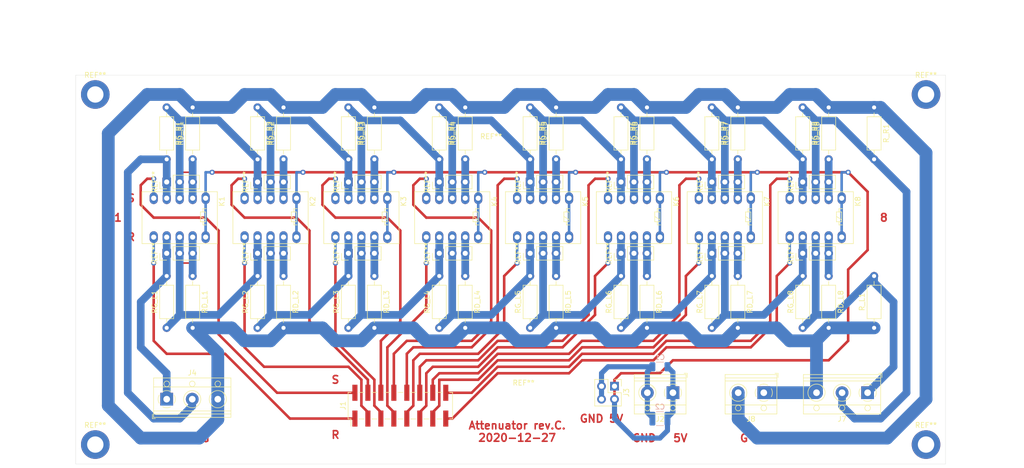
<source format=kicad_pcb>
(kicad_pcb (version 20171130) (host pcbnew "(5.1.7)-1")
  (layers (0 F.Cu signal) (31 B.Cu signal) (34 B.Paste user) (35 F.Paste user) (36 B.SilkS user) (37 F.SilkS user) (38 B.Mask user) (39 F.Mask user) (44 Edge.Cuts user))
  (net 0 "")
  (net 1 +5V)
  (net 2 GND)
  (net 3 /IN_L)
  (net 4 /IN_R)
  (net 5 /GND_LR)
  (net 6 "Net-(J7-Pad2)")
  (net 7 /OUT_L)
  (net 8 "Net-(K1-Pad2)")
  (net 9 "Net-(K1-Pad3)")
  (net 10 /R1_S)
  (net 11 /R1_R)
  (net 12 "Net-(K1-Pad8)")
  (net 13 "Net-(K1-Pad9)")
  (net 14 "Net-(K2-Pad9)")
  (net 15 "Net-(K2-Pad8)")
  (net 16 /R2_R)
  (net 17 /R2_S)
  (net 18 "Net-(K2-Pad3)")
  (net 19 "Net-(K2-Pad2)")
  (net 20 "Net-(K3-Pad2)")
  (net 21 "Net-(K3-Pad3)")
  (net 22 /R3_S)
  (net 23 /R3_R)
  (net 24 "Net-(K3-Pad8)")
  (net 25 "Net-(K3-Pad9)")
  (net 26 "Net-(K4-Pad9)")
  (net 27 "Net-(K4-Pad8)")
  (net 28 /R4_R)
  (net 29 /R4_S)
  (net 30 "Net-(K4-Pad3)")
  (net 31 "Net-(K4-Pad2)")
  (net 32 "Net-(K5-Pad2)")
  (net 33 "Net-(K5-Pad3)")
  (net 34 /R5_S)
  (net 35 /R5_R)
  (net 36 "Net-(K5-Pad8)")
  (net 37 "Net-(K5-Pad9)")
  (net 38 "Net-(K6-Pad9)")
  (net 39 "Net-(K6-Pad8)")
  (net 40 /R6_R)
  (net 41 /R6_S)
  (net 42 "Net-(K6-Pad3)")
  (net 43 "Net-(K6-Pad2)")
  (net 44 "Net-(K7-Pad2)")
  (net 45 "Net-(K7-Pad3)")
  (net 46 /R7_S)
  (net 47 /R7_R)
  (net 48 "Net-(K7-Pad8)")
  (net 49 "Net-(K7-Pad9)")
  (net 50 "Net-(K8-Pad9)")
  (net 51 /R8_R)
  (net 52 /R8_S)
  (net 53 "Net-(K8-Pad2)")
  (module Connector_PinHeader_2.54mm:PinHeader_1x03_P2.54mm_Vertical (layer F.Cu) (at 218.44 112.395 90)
    (fp_text reference REF** (at 0 -2.33 90) (layer F.SilkS))
    (fp_text value PinHeader_1x03_P2.54mm_Vertical)
    (pad 1 thru_hole rect (at 0 0 90) (size 1.7 1.7) (drill 1) (layers *.Cu *.Mask))
    (pad 2 thru_hole oval (at 0 2.54 90) (size 1.7 1.7) (drill 1) (layers *.Cu *.Mask))
    (pad 3 thru_hole oval (at 0 5.08 90) (size 1.7 1.7) (drill 1) (layers *.Cu *.Mask))
  )
  (module Connector_PinHeader_2.54mm:PinHeader_1x03_P2.54mm_Vertical (layer F.Cu) (at 218.44 98.425 90)
    (fp_text reference REF** (at 0 -2.33 90) (layer F.SilkS))
    (fp_text value PinHeader_1x03_P2.54mm_Vertical)
    (pad 3 thru_hole oval (at 0 5.08 90) (size 1.7 1.7) (drill 1) (layers *.Cu *.Mask))
    (pad 2 thru_hole oval (at 0 2.54 90) (size 1.7 1.7) (drill 1) (layers *.Cu *.Mask))
    (pad 1 thru_hole rect (at 0 0 90) (size 1.7 1.7) (drill 1) (layers *.Cu *.Mask))
  )
  (module Connector_PinHeader_2.54mm:PinHeader_1x03_P2.54mm_Vertical (layer F.Cu) (at 200.66 98.425 90)
    (fp_text reference REF** (at 0 -2.33 90) (layer F.SilkS))
    (fp_text value PinHeader_1x03_P2.54mm_Vertical)
    (pad 1 thru_hole rect (at 0 0 90) (size 1.7 1.7) (drill 1) (layers *.Cu *.Mask))
    (pad 2 thru_hole oval (at 0 2.54 90) (size 1.7 1.7) (drill 1) (layers *.Cu *.Mask))
    (pad 3 thru_hole oval (at 0 5.08 90) (size 1.7 1.7) (drill 1) (layers *.Cu *.Mask))
  )
  (module Connector_PinHeader_2.54mm:PinHeader_1x03_P2.54mm_Vertical (layer F.Cu) (at 200.66 112.395 90)
    (fp_text reference REF** (at 0 -2.33 90) (layer F.SilkS))
    (fp_text value PinHeader_1x03_P2.54mm_Vertical)
    (pad 3 thru_hole oval (at 0 5.08 90) (size 1.7 1.7) (drill 1) (layers *.Cu *.Mask))
    (pad 2 thru_hole oval (at 0 2.54 90) (size 1.7 1.7) (drill 1) (layers *.Cu *.Mask))
    (pad 1 thru_hole rect (at 0 0 90) (size 1.7 1.7) (drill 1) (layers *.Cu *.Mask))
  )
  (module Connector_PinHeader_2.54mm:PinHeader_1x03_P2.54mm_Vertical (layer F.Cu) (at 182.88 112.395 90)
    (fp_text reference REF** (at 0 -2.33 90) (layer F.SilkS))
    (fp_text value PinHeader_1x03_P2.54mm_Vertical)
    (pad 1 thru_hole rect (at 0 0 90) (size 1.7 1.7) (drill 1) (layers *.Cu *.Mask))
    (pad 2 thru_hole oval (at 0 2.54 90) (size 1.7 1.7) (drill 1) (layers *.Cu *.Mask))
    (pad 3 thru_hole oval (at 0 5.08 90) (size 1.7 1.7) (drill 1) (layers *.Cu *.Mask))
  )
  (module Connector_PinHeader_2.54mm:PinHeader_1x03_P2.54mm_Vertical (layer F.Cu) (at 182.88 98.425 90)
    (fp_text reference REF** (at 0 -2.33 90) (layer F.SilkS))
    (fp_text value PinHeader_1x03_P2.54mm_Vertical)
    (pad 3 thru_hole oval (at 0 5.08 90) (size 1.7 1.7) (drill 1) (layers *.Cu *.Mask))
    (pad 2 thru_hole oval (at 0 2.54 90) (size 1.7 1.7) (drill 1) (layers *.Cu *.Mask))
    (pad 1 thru_hole rect (at 0 0 90) (size 1.7 1.7) (drill 1) (layers *.Cu *.Mask))
  )
  (module Connector_PinHeader_2.54mm:PinHeader_1x03_P2.54mm_Vertical (layer F.Cu) (at 165.1 98.425 90)
    (fp_text reference REF** (at 0 -2.33 90) (layer F.SilkS))
    (fp_text value PinHeader_1x03_P2.54mm_Vertical)
    (pad 1 thru_hole rect (at 0 0 90) (size 1.7 1.7) (drill 1) (layers *.Cu *.Mask))
    (pad 2 thru_hole oval (at 0 2.54 90) (size 1.7 1.7) (drill 1) (layers *.Cu *.Mask))
    (pad 3 thru_hole oval (at 0 5.08 90) (size 1.7 1.7) (drill 1) (layers *.Cu *.Mask))
  )
  (module Connector_PinHeader_2.54mm:PinHeader_1x03_P2.54mm_Vertical (layer F.Cu) (at 165.1 112.395 90)
    (fp_text reference REF** (at 0 -2.33 90) (layer F.SilkS))
    (fp_text value PinHeader_1x03_P2.54mm_Vertical)
    (pad 3 thru_hole oval (at 0 5.08 90) (size 1.7 1.7) (drill 1) (layers *.Cu *.Mask))
    (pad 2 thru_hole oval (at 0 2.54 90) (size 1.7 1.7) (drill 1) (layers *.Cu *.Mask))
    (pad 1 thru_hole rect (at 0 0 90) (size 1.7 1.7) (drill 1) (layers *.Cu *.Mask))
  )
  (module Connector_PinHeader_2.54mm:PinHeader_1x03_P2.54mm_Vertical (layer F.Cu) (at 147.32 112.395 90)
    (fp_text reference REF** (at 0 -2.33 90) (layer F.SilkS))
    (fp_text value PinHeader_1x03_P2.54mm_Vertical)
    (pad 1 thru_hole rect (at 0 0 90) (size 1.7 1.7) (drill 1) (layers *.Cu *.Mask))
    (pad 2 thru_hole oval (at 0 2.54 90) (size 1.7 1.7) (drill 1) (layers *.Cu *.Mask))
    (pad 3 thru_hole oval (at 0 5.08 90) (size 1.7 1.7) (drill 1) (layers *.Cu *.Mask))
  )
  (module Connector_PinHeader_2.54mm:PinHeader_1x03_P2.54mm_Vertical (layer F.Cu) (at 147.32 98.425 90)
    (fp_text reference REF** (at 0 -2.33 90) (layer F.SilkS))
    (fp_text value PinHeader_1x03_P2.54mm_Vertical)
    (pad 3 thru_hole oval (at 0 5.08 90) (size 1.7 1.7) (drill 1) (layers *.Cu *.Mask))
    (pad 2 thru_hole oval (at 0 2.54 90) (size 1.7 1.7) (drill 1) (layers *.Cu *.Mask))
    (pad 1 thru_hole rect (at 0 0 90) (size 1.7 1.7) (drill 1) (layers *.Cu *.Mask))
  )
  (module Connector_PinHeader_2.54mm:PinHeader_1x03_P2.54mm_Vertical (layer F.Cu) (at 129.54 98.425 90)
    (fp_text reference REF** (at 0 -2.33 90) (layer F.SilkS))
    (fp_text value PinHeader_1x03_P2.54mm_Vertical)
    (pad 1 thru_hole rect (at 0 0 90) (size 1.7 1.7) (drill 1) (layers *.Cu *.Mask))
    (pad 2 thru_hole oval (at 0 2.54 90) (size 1.7 1.7) (drill 1) (layers *.Cu *.Mask))
    (pad 3 thru_hole oval (at 0 5.08 90) (size 1.7 1.7) (drill 1) (layers *.Cu *.Mask))
  )
  (module Connector_PinHeader_2.54mm:PinHeader_1x03_P2.54mm_Vertical (layer F.Cu) (at 129.54 112.395 90)
    (fp_text reference REF** (at 0 -2.33 90) (layer F.SilkS))
    (fp_text value PinHeader_1x03_P2.54mm_Vertical)
    (pad 3 thru_hole oval (at 0 5.08 90) (size 1.7 1.7) (drill 1) (layers *.Cu *.Mask))
    (pad 2 thru_hole oval (at 0 2.54 90) (size 1.7 1.7) (drill 1) (layers *.Cu *.Mask))
    (pad 1 thru_hole rect (at 0 0 90) (size 1.7 1.7) (drill 1) (layers *.Cu *.Mask))
  )
  (module Connector_PinHeader_2.54mm:PinHeader_1x03_P2.54mm_Vertical (layer F.Cu) (at 111.76 112.395 90)
    (fp_text reference REF** (at 0 -2.33 90) (layer F.SilkS))
    (fp_text value PinHeader_1x03_P2.54mm_Vertical)
    (pad 1 thru_hole rect (at 0 0 90) (size 1.7 1.7) (drill 1) (layers *.Cu *.Mask))
    (pad 2 thru_hole oval (at 0 2.54 90) (size 1.7 1.7) (drill 1) (layers *.Cu *.Mask))
    (pad 3 thru_hole oval (at 0 5.08 90) (size 1.7 1.7) (drill 1) (layers *.Cu *.Mask))
  )
  (module Connector_PinHeader_2.54mm:PinHeader_1x03_P2.54mm_Vertical (layer F.Cu) (at 93.98 112.395 90)
    (fp_text reference REF** (at 0 -2.33 90) (layer F.SilkS))
    (fp_text value PinHeader_1x03_P2.54mm_Vertical)
    (pad 3 thru_hole oval (at 0 5.08 90) (size 1.7 1.7) (drill 1) (layers *.Cu *.Mask))
    (pad 2 thru_hole oval (at 0 2.54 90) (size 1.7 1.7) (drill 1) (layers *.Cu *.Mask))
    (pad 1 thru_hole rect (at 0 0 90) (size 1.7 1.7) (drill 1) (layers *.Cu *.Mask))
  )
  (module Connector_PinHeader_2.54mm:PinHeader_1x03_P2.54mm_Vertical (layer F.Cu) (at 93.98 98.425 90)
    (fp_text reference REF** (at 0 -2.33 90) (layer F.SilkS))
    (fp_text value PinHeader_1x03_P2.54mm_Vertical)
    (pad 1 thru_hole rect (at 0 0 90) (size 1.7 1.7) (drill 1) (layers *.Cu *.Mask))
    (pad 2 thru_hole oval (at 0 2.54 90) (size 1.7 1.7) (drill 1) (layers *.Cu *.Mask))
    (pad 3 thru_hole oval (at 0 5.08 90) (size 1.7 1.7) (drill 1) (layers *.Cu *.Mask))
  )
  (module MountingHole:MountingHole_2.1mm (layer F.Cu) (at 163.83 140.97)
    (fp_text reference REF** (at 0 -3.2) (layer F.SilkS))
    (fp_text value MountingHole_2.1mm)
    (pad "" np_thru_hole circle (at 0 0) (size 2.1 2.1) (drill 2.1) (layers *.Cu *.Mask))
  )
  (module MountingHole:MountingHole_3.2mm_M3_DIN965_Pad_TopBottom (layer F.Cu) (at 80.01 81.28)
    (fp_text reference REF** (at 0 -3.8) (layer F.SilkS))
    (fp_text value MountingHole_3.2mm_M3_DIN965_Pad_TopBottom)
    (pad 1 thru_hole circle (at 0 0) (size 3.6 3.6) (drill 3.2) (layers *.Cu *.Mask))
    (pad 1 connect circle (at 0 0) (size 5.6 5.6) (layers F.Cu F.Mask))
    (pad 1 connect circle (at 0 0) (size 5.6 5.6) (layers B.Cu B.Mask))
  )
  (module MountingHole:MountingHole_3.2mm_M3_DIN965_Pad_TopBottom (layer F.Cu) (at 80.01 149.86)
    (fp_text reference REF** (at 0 -3.8) (layer F.SilkS))
    (fp_text value MountingHole_3.2mm_M3_DIN965_Pad_TopBottom)
    (pad 1 connect circle (at 0 0) (size 5.6 5.6) (layers B.Cu B.Mask))
    (pad 1 connect circle (at 0 0) (size 5.6 5.6) (layers F.Cu F.Mask))
    (pad 1 thru_hole circle (at 0 0) (size 3.6 3.6) (drill 3.2) (layers *.Cu *.Mask))
  )
  (module MountingHole:MountingHole_3.2mm_M3_DIN965_Pad_TopBottom (layer F.Cu) (at 242.57 149.86)
    (fp_text reference REF** (at 0 -3.8) (layer F.SilkS))
    (fp_text value MountingHole_3.2mm_M3_DIN965_Pad_TopBottom)
    (pad 1 thru_hole circle (at 0 0) (size 3.6 3.6) (drill 3.2) (layers *.Cu *.Mask))
    (pad 1 connect circle (at 0 0) (size 5.6 5.6) (layers F.Cu F.Mask))
    (pad 1 connect circle (at 0 0) (size 5.6 5.6) (layers B.Cu B.Mask))
  )
  (module Capacitor_SMD:C_1206_3216Metric (layer B.Cu) (at 190.5 134.62 180)
    (fp_text reference C1 (at 0 1.85 180) (layer B.SilkS) (effects (justify mirror)))
    (fp_text value C)
    (pad 1 smd roundrect (at -1.475 0 180) (size 1.15 1.8) (layers B.Cu B.Paste B.Mask) (roundrect_rratio 0.217391) (net 1 +5V))
    (pad 2 smd roundrect (at 1.475 0 180) (size 1.15 1.8) (layers B.Cu B.Paste B.Mask) (roundrect_rratio 0.217391) (net 2 GND))
  )
  (module Capacitor_SMD:C_1210_3225Metric (layer B.Cu) (at 190.5 144.78 180)
    (fp_text reference C2 (at 0 2.3 180) (layer B.SilkS) (effects (justify mirror)))
    (fp_text value CP)
    (pad 1 smd roundrect (at -1.475 0 180) (size 1.15 2.7) (layers B.Cu B.Paste B.Mask) (roundrect_rratio 0.217391) (net 1 +5V))
    (pad 2 smd roundrect (at 1.475 0 180) (size 1.15 2.7) (layers B.Cu B.Paste B.Mask) (roundrect_rratio 0.217391) (net 2 GND))
  )
  (module TerminalBlock_RND:TerminalBlock_RND_205-00012_1x02_P5.00mm_Horizontal (layer F.Cu) (at 193.04 139.7 180)
    (fp_text reference J2 (at 2.5 -5.16 180) (layer F.SilkS))
    (fp_text value POWER)
    (pad 1 thru_hole rect (at 0 0 180) (size 2.5 2.5) (drill 1.3) (layers *.Cu *.Mask) (net 1 +5V))
    (pad 2 thru_hole circle (at 5 0 180) (size 2.5 2.5) (drill 1.3) (layers *.Cu *.Mask) (net 2 GND))
  )
  (module TerminalBlock_RND:TerminalBlock_RND_205-00013_1x03_P5.00mm_Horizontal (layer F.Cu) (at 93.98 140.97)
    (fp_text reference J4 (at 5 -5.16) (layer F.SilkS))
    (fp_text value AUDIO_IN)
    (pad 1 thru_hole rect (at 0 0) (size 2.5 2.5) (drill 1.3) (layers *.Cu *.Mask) (net 3 /IN_L))
    (pad 2 thru_hole circle (at 5 0) (size 2.5 2.5) (drill 1.3) (layers *.Cu *.Mask) (net 4 /IN_R))
    (pad 3 thru_hole circle (at 10 0) (size 2.5 2.5) (drill 1.3) (layers *.Cu *.Mask) (net 5 /GND_LR))
  )
  (module TerminalBlock_RND:TerminalBlock_RND_205-00013_1x03_P5.00mm_Horizontal (layer F.Cu) (at 231.14 139.7 180)
    (fp_text reference J7 (at 5 -5.16 180) (layer F.SilkS))
    (fp_text value AUDIO_OUT)
    (pad 3 thru_hole circle (at 10 0 180) (size 2.5 2.5) (drill 1.3) (layers *.Cu *.Mask) (net 5 /GND_LR))
    (pad 2 thru_hole circle (at 5 0 180) (size 2.5 2.5) (drill 1.3) (layers *.Cu *.Mask) (net 6 "Net-(J7-Pad2)"))
    (pad 1 thru_hole rect (at 0 0 180) (size 2.5 2.5) (drill 1.3) (layers *.Cu *.Mask) (net 7 /OUT_L))
  )
  (module Relay_THT:Relay_DPDT_FRT5 (layer F.Cu) (at 101.6 101.6 270)
    (fp_text reference K1 (at 0.635 -3.175 270) (layer F.SilkS))
    (fp_text value AZ850P2-x)
    (pad 1 thru_hole oval (at 0 0 270) (size 2.3 1.6) (drill 1) (layers *.Cu *.Mask) (net 1 +5V))
    (pad 2 thru_hole oval (at 0 2.54 270) (size 2.3 1.6) (drill 1) (layers *.Cu *.Mask) (net 8 "Net-(K1-Pad2)"))
    (pad 3 thru_hole oval (at 0 5.08 270) (size 2.3 1.6) (drill 1) (layers *.Cu *.Mask) (net 9 "Net-(K1-Pad3)"))
    (pad 4 thru_hole oval (at 0 7.62 270) (size 2.3 1.6) (drill 1) (layers *.Cu *.Mask) (net 4 /IN_R))
    (pad 5 thru_hole oval (at 0 10.16 270) (size 2.3 1.6) (drill 1) (layers *.Cu *.Mask) (net 10 /R1_S))
    (pad 6 thru_hole oval (at 7.62 10.16 270) (size 2.3 1.6) (drill 1) (layers *.Cu *.Mask) (net 11 /R1_R))
    (pad 7 thru_hole oval (at 7.62 7.62 270) (size 2.3 1.6) (drill 1) (layers *.Cu *.Mask) (net 3 /IN_L))
    (pad 8 thru_hole oval (at 7.62 5.08 270) (size 2.3 1.6) (drill 1) (layers *.Cu *.Mask) (net 12 "Net-(K1-Pad8)"))
    (pad 9 thru_hole oval (at 7.62 2.54 270) (size 2.3 1.6) (drill 1) (layers *.Cu *.Mask) (net 13 "Net-(K1-Pad9)"))
    (pad 10 thru_hole oval (at 7.62 0 270) (size 2.3 1.6) (drill 1) (layers *.Cu *.Mask) (net 1 +5V))
  )
  (module Relay_THT:Relay_DPDT_FRT5 (layer F.Cu) (at 119.38 101.6 270)
    (fp_text reference K2 (at 0.635 -3.175 270) (layer F.SilkS))
    (fp_text value AZ850P2-x)
    (pad 10 thru_hole oval (at 7.62 0 270) (size 2.3 1.6) (drill 1) (layers *.Cu *.Mask) (net 1 +5V))
    (pad 9 thru_hole oval (at 7.62 2.54 270) (size 2.3 1.6) (drill 1) (layers *.Cu *.Mask) (net 14 "Net-(K2-Pad9)"))
    (pad 8 thru_hole oval (at 7.62 5.08 270) (size 2.3 1.6) (drill 1) (layers *.Cu *.Mask) (net 15 "Net-(K2-Pad8)"))
    (pad 7 thru_hole oval (at 7.62 7.62 270) (size 2.3 1.6) (drill 1) (layers *.Cu *.Mask) (net 12 "Net-(K1-Pad8)"))
    (pad 6 thru_hole oval (at 7.62 10.16 270) (size 2.3 1.6) (drill 1) (layers *.Cu *.Mask) (net 16 /R2_R))
    (pad 5 thru_hole oval (at 0 10.16 270) (size 2.3 1.6) (drill 1) (layers *.Cu *.Mask) (net 17 /R2_S))
    (pad 4 thru_hole oval (at 0 7.62 270) (size 2.3 1.6) (drill 1) (layers *.Cu *.Mask) (net 9 "Net-(K1-Pad3)"))
    (pad 3 thru_hole oval (at 0 5.08 270) (size 2.3 1.6) (drill 1) (layers *.Cu *.Mask) (net 18 "Net-(K2-Pad3)"))
    (pad 2 thru_hole oval (at 0 2.54 270) (size 2.3 1.6) (drill 1) (layers *.Cu *.Mask) (net 19 "Net-(K2-Pad2)"))
    (pad 1 thru_hole oval (at 0 0 270) (size 2.3 1.6) (drill 1) (layers *.Cu *.Mask) (net 1 +5V))
  )
  (module Relay_THT:Relay_DPDT_FRT5 (layer F.Cu) (at 137.16 101.6 270)
    (fp_text reference K3 (at 0.635 -3.175 270) (layer F.SilkS))
    (fp_text value AZ850P2-x)
    (pad 1 thru_hole oval (at 0 0 270) (size 2.3 1.6) (drill 1) (layers *.Cu *.Mask) (net 1 +5V))
    (pad 2 thru_hole oval (at 0 2.54 270) (size 2.3 1.6) (drill 1) (layers *.Cu *.Mask) (net 20 "Net-(K3-Pad2)"))
    (pad 3 thru_hole oval (at 0 5.08 270) (size 2.3 1.6) (drill 1) (layers *.Cu *.Mask) (net 21 "Net-(K3-Pad3)"))
    (pad 4 thru_hole oval (at 0 7.62 270) (size 2.3 1.6) (drill 1) (layers *.Cu *.Mask) (net 18 "Net-(K2-Pad3)"))
    (pad 5 thru_hole oval (at 0 10.16 270) (size 2.3 1.6) (drill 1) (layers *.Cu *.Mask) (net 22 /R3_S))
    (pad 6 thru_hole oval (at 7.62 10.16 270) (size 2.3 1.6) (drill 1) (layers *.Cu *.Mask) (net 23 /R3_R))
    (pad 7 thru_hole oval (at 7.62 7.62 270) (size 2.3 1.6) (drill 1) (layers *.Cu *.Mask) (net 15 "Net-(K2-Pad8)"))
    (pad 8 thru_hole oval (at 7.62 5.08 270) (size 2.3 1.6) (drill 1) (layers *.Cu *.Mask) (net 24 "Net-(K3-Pad8)"))
    (pad 9 thru_hole oval (at 7.62 2.54 270) (size 2.3 1.6) (drill 1) (layers *.Cu *.Mask) (net 25 "Net-(K3-Pad9)"))
    (pad 10 thru_hole oval (at 7.62 0 270) (size 2.3 1.6) (drill 1) (layers *.Cu *.Mask) (net 1 +5V))
  )
  (module Relay_THT:Relay_DPDT_FRT5 (layer F.Cu) (at 154.94 101.6 270)
    (fp_text reference K4 (at 0.635 -3.175 270) (layer F.SilkS))
    (fp_text value AZ850P2-x)
    (pad 10 thru_hole oval (at 7.62 0 270) (size 2.3 1.6) (drill 1) (layers *.Cu *.Mask) (net 1 +5V))
    (pad 9 thru_hole oval (at 7.62 2.54 270) (size 2.3 1.6) (drill 1) (layers *.Cu *.Mask) (net 26 "Net-(K4-Pad9)"))
    (pad 8 thru_hole oval (at 7.62 5.08 270) (size 2.3 1.6) (drill 1) (layers *.Cu *.Mask) (net 27 "Net-(K4-Pad8)"))
    (pad 7 thru_hole oval (at 7.62 7.62 270) (size 2.3 1.6) (drill 1) (layers *.Cu *.Mask) (net 24 "Net-(K3-Pad8)"))
    (pad 6 thru_hole oval (at 7.62 10.16 270) (size 2.3 1.6) (drill 1) (layers *.Cu *.Mask) (net 28 /R4_R))
    (pad 5 thru_hole oval (at 0 10.16 270) (size 2.3 1.6) (drill 1) (layers *.Cu *.Mask) (net 29 /R4_S))
    (pad 4 thru_hole oval (at 0 7.62 270) (size 2.3 1.6) (drill 1) (layers *.Cu *.Mask) (net 21 "Net-(K3-Pad3)"))
    (pad 3 thru_hole oval (at 0 5.08 270) (size 2.3 1.6) (drill 1) (layers *.Cu *.Mask) (net 30 "Net-(K4-Pad3)"))
    (pad 2 thru_hole oval (at 0 2.54 270) (size 2.3 1.6) (drill 1) (layers *.Cu *.Mask) (net 31 "Net-(K4-Pad2)"))
    (pad 1 thru_hole oval (at 0 0 270) (size 2.3 1.6) (drill 1) (layers *.Cu *.Mask) (net 1 +5V))
  )
  (module Relay_THT:Relay_DPDT_FRT5 (layer F.Cu) (at 172.72 101.6 270)
    (fp_text reference K5 (at 0.635 -3.175 270) (layer F.SilkS))
    (fp_text value AZ850P2-x)
    (pad 1 thru_hole oval (at 0 0 270) (size 2.3 1.6) (drill 1) (layers *.Cu *.Mask) (net 1 +5V))
    (pad 2 thru_hole oval (at 0 2.54 270) (size 2.3 1.6) (drill 1) (layers *.Cu *.Mask) (net 32 "Net-(K5-Pad2)"))
    (pad 3 thru_hole oval (at 0 5.08 270) (size 2.3 1.6) (drill 1) (layers *.Cu *.Mask) (net 33 "Net-(K5-Pad3)"))
    (pad 4 thru_hole oval (at 0 7.62 270) (size 2.3 1.6) (drill 1) (layers *.Cu *.Mask) (net 30 "Net-(K4-Pad3)"))
    (pad 5 thru_hole oval (at 0 10.16 270) (size 2.3 1.6) (drill 1) (layers *.Cu *.Mask) (net 34 /R5_S))
    (pad 6 thru_hole oval (at 7.62 10.16 270) (size 2.3 1.6) (drill 1) (layers *.Cu *.Mask) (net 35 /R5_R))
    (pad 7 thru_hole oval (at 7.62 7.62 270) (size 2.3 1.6) (drill 1) (layers *.Cu *.Mask) (net 27 "Net-(K4-Pad8)"))
    (pad 8 thru_hole oval (at 7.62 5.08 270) (size 2.3 1.6) (drill 1) (layers *.Cu *.Mask) (net 36 "Net-(K5-Pad8)"))
    (pad 9 thru_hole oval (at 7.62 2.54 270) (size 2.3 1.6) (drill 1) (layers *.Cu *.Mask) (net 37 "Net-(K5-Pad9)"))
    (pad 10 thru_hole oval (at 7.62 0 270) (size 2.3 1.6) (drill 1) (layers *.Cu *.Mask) (net 1 +5V))
  )
  (module Relay_THT:Relay_DPDT_FRT5 (layer F.Cu) (at 190.5 101.6 270)
    (fp_text reference K6 (at 0.635 -3.175 270) (layer F.SilkS))
    (fp_text value AZ850P2-x)
    (pad 10 thru_hole oval (at 7.62 0 270) (size 2.3 1.6) (drill 1) (layers *.Cu *.Mask) (net 1 +5V))
    (pad 9 thru_hole oval (at 7.62 2.54 270) (size 2.3 1.6) (drill 1) (layers *.Cu *.Mask) (net 38 "Net-(K6-Pad9)"))
    (pad 8 thru_hole oval (at 7.62 5.08 270) (size 2.3 1.6) (drill 1) (layers *.Cu *.Mask) (net 39 "Net-(K6-Pad8)"))
    (pad 7 thru_hole oval (at 7.62 7.62 270) (size 2.3 1.6) (drill 1) (layers *.Cu *.Mask) (net 36 "Net-(K5-Pad8)"))
    (pad 6 thru_hole oval (at 7.62 10.16 270) (size 2.3 1.6) (drill 1) (layers *.Cu *.Mask) (net 40 /R6_R))
    (pad 5 thru_hole oval (at 0 10.16 270) (size 2.3 1.6) (drill 1) (layers *.Cu *.Mask) (net 41 /R6_S))
    (pad 4 thru_hole oval (at 0 7.62 270) (size 2.3 1.6) (drill 1) (layers *.Cu *.Mask) (net 33 "Net-(K5-Pad3)"))
    (pad 3 thru_hole oval (at 0 5.08 270) (size 2.3 1.6) (drill 1) (layers *.Cu *.Mask) (net 42 "Net-(K6-Pad3)"))
    (pad 2 thru_hole oval (at 0 2.54 270) (size 2.3 1.6) (drill 1) (layers *.Cu *.Mask) (net 43 "Net-(K6-Pad2)"))
    (pad 1 thru_hole oval (at 0 0 270) (size 2.3 1.6) (drill 1) (layers *.Cu *.Mask) (net 1 +5V))
  )
  (module Relay_THT:Relay_DPDT_FRT5 (layer F.Cu) (at 208.28 101.6 270)
    (fp_text reference K7 (at 0.635 -3.175 270) (layer F.SilkS))
    (fp_text value AZ850P2-x)
    (pad 1 thru_hole oval (at 0 0 270) (size 2.3 1.6) (drill 1) (layers *.Cu *.Mask) (net 1 +5V))
    (pad 2 thru_hole oval (at 0 2.54 270) (size 2.3 1.6) (drill 1) (layers *.Cu *.Mask) (net 44 "Net-(K7-Pad2)"))
    (pad 3 thru_hole oval (at 0 5.08 270) (size 2.3 1.6) (drill 1) (layers *.Cu *.Mask) (net 45 "Net-(K7-Pad3)"))
    (pad 4 thru_hole oval (at 0 7.62 270) (size 2.3 1.6) (drill 1) (layers *.Cu *.Mask) (net 42 "Net-(K6-Pad3)"))
    (pad 5 thru_hole oval (at 0 10.16 270) (size 2.3 1.6) (drill 1) (layers *.Cu *.Mask) (net 46 /R7_S))
    (pad 6 thru_hole oval (at 7.62 10.16 270) (size 2.3 1.6) (drill 1) (layers *.Cu *.Mask) (net 47 /R7_R))
    (pad 7 thru_hole oval (at 7.62 7.62 270) (size 2.3 1.6) (drill 1) (layers *.Cu *.Mask) (net 39 "Net-(K6-Pad8)"))
    (pad 8 thru_hole oval (at 7.62 5.08 270) (size 2.3 1.6) (drill 1) (layers *.Cu *.Mask) (net 48 "Net-(K7-Pad8)"))
    (pad 9 thru_hole oval (at 7.62 2.54 270) (size 2.3 1.6) (drill 1) (layers *.Cu *.Mask) (net 49 "Net-(K7-Pad9)"))
    (pad 10 thru_hole oval (at 7.62 0 270) (size 2.3 1.6) (drill 1) (layers *.Cu *.Mask) (net 1 +5V))
  )
  (module Relay_THT:Relay_DPDT_FRT5 (layer F.Cu) (at 226.06 101.6 270)
    (fp_text reference K8 (at 0.635 -3.175 270) (layer F.SilkS))
    (fp_text value AZ850P2-x)
    (pad 10 thru_hole oval (at 7.62 0 270) (size 2.3 1.6) (drill 1) (layers *.Cu *.Mask) (net 1 +5V))
    (pad 9 thru_hole oval (at 7.62 2.54 270) (size 2.3 1.6) (drill 1) (layers *.Cu *.Mask) (net 50 "Net-(K8-Pad9)"))
    (pad 8 thru_hole oval (at 7.62 5.08 270) (size 2.3 1.6) (drill 1) (layers *.Cu *.Mask) (net 7 /OUT_L))
    (pad 7 thru_hole oval (at 7.62 7.62 270) (size 2.3 1.6) (drill 1) (layers *.Cu *.Mask) (net 48 "Net-(K7-Pad8)"))
    (pad 6 thru_hole oval (at 7.62 10.16 270) (size 2.3 1.6) (drill 1) (layers *.Cu *.Mask) (net 51 /R8_R))
    (pad 5 thru_hole oval (at 0 10.16 270) (size 2.3 1.6) (drill 1) (layers *.Cu *.Mask) (net 52 /R8_S))
    (pad 4 thru_hole oval (at 0 7.62 270) (size 2.3 1.6) (drill 1) (layers *.Cu *.Mask) (net 45 "Net-(K7-Pad3)"))
    (pad 3 thru_hole oval (at 0 5.08 270) (size 2.3 1.6) (drill 1) (layers *.Cu *.Mask) (net 6 "Net-(J7-Pad2)"))
    (pad 2 thru_hole oval (at 0 2.54 270) (size 2.3 1.6) (drill 1) (layers *.Cu *.Mask) (net 53 "Net-(K8-Pad2)"))
    (pad 1 thru_hole oval (at 0 0 270) (size 2.3 1.6) (drill 1) (layers *.Cu *.Mask) (net 1 +5V))
  )
  (module Resistor_THT:R_Axial_DIN0207_L6.3mm_D2.5mm_P10.16mm_Horizontal (layer F.Cu) (at 232.41 127 90)
    (fp_text reference R_L1 (at 5.08 -2.37 90) (layer F.SilkS))
    (fp_text value R)
    (pad 1 thru_hole circle (at 0 0 90) (size 1.6 1.6) (drill 0.8) (layers *.Cu *.Mask) (net 5 /GND_LR))
    (pad 2 thru_hole oval (at 10.16 0 90) (size 1.6 1.6) (drill 0.8) (layers *.Cu *.Mask) (net 7 /OUT_L))
  )
  (module Resistor_THT:R_Axial_DIN0207_L6.3mm_D2.5mm_P10.16mm_Horizontal (layer F.Cu) (at 232.41 83.82 270)
    (fp_text reference R_R1 (at 5.08 -2.37 270) (layer F.SilkS))
    (fp_text value R)
    (pad 2 thru_hole oval (at 10.16 0 270) (size 1.6 1.6) (drill 0.8) (layers *.Cu *.Mask) (net 6 "Net-(J7-Pad2)"))
    (pad 1 thru_hole circle (at 0 0 270) (size 1.6 1.6) (drill 0.8) (layers *.Cu *.Mask) (net 5 /GND_LR))
  )
  (module Resistor_THT:R_Axial_DIN0207_L6.3mm_D2.5mm_P10.16mm_Horizontal (layer F.Cu) (at 99.06 116.84 270)
    (fp_text reference RD_L1 (at 5.08 -2.37 270) (layer F.SilkS))
    (fp_text value R)
    (pad 2 thru_hole oval (at 10.16 0 270) (size 1.6 1.6) (drill 0.8) (layers *.Cu *.Mask) (net 5 /GND_LR))
    (pad 1 thru_hole circle (at 0 0 270) (size 1.6 1.6) (drill 0.8) (layers *.Cu *.Mask) (net 13 "Net-(K1-Pad9)"))
  )
  (module Resistor_THT:R_Axial_DIN0207_L6.3mm_D2.5mm_P10.16mm_Horizontal (layer F.Cu) (at 116.84 116.84 270)
    (fp_text reference RD_L2 (at 5.08 -2.37 270) (layer F.SilkS))
    (fp_text value R)
    (pad 1 thru_hole circle (at 0 0 270) (size 1.6 1.6) (drill 0.8) (layers *.Cu *.Mask) (net 14 "Net-(K2-Pad9)"))
    (pad 2 thru_hole oval (at 10.16 0 270) (size 1.6 1.6) (drill 0.8) (layers *.Cu *.Mask) (net 5 /GND_LR))
  )
  (module Resistor_THT:R_Axial_DIN0207_L6.3mm_D2.5mm_P10.16mm_Horizontal (layer F.Cu) (at 134.62 116.84 270)
    (fp_text reference RD_L3 (at 5.08 -2.37 270) (layer F.SilkS))
    (fp_text value R)
    (pad 2 thru_hole oval (at 10.16 0 270) (size 1.6 1.6) (drill 0.8) (layers *.Cu *.Mask) (net 5 /GND_LR))
    (pad 1 thru_hole circle (at 0 0 270) (size 1.6 1.6) (drill 0.8) (layers *.Cu *.Mask) (net 25 "Net-(K3-Pad9)"))
  )
  (module Resistor_THT:R_Axial_DIN0207_L6.3mm_D2.5mm_P10.16mm_Horizontal (layer F.Cu) (at 152.4 116.84 270)
    (fp_text reference RD_L4 (at 5.08 -2.37 270) (layer F.SilkS))
    (fp_text value R)
    (pad 1 thru_hole circle (at 0 0 270) (size 1.6 1.6) (drill 0.8) (layers *.Cu *.Mask) (net 26 "Net-(K4-Pad9)"))
    (pad 2 thru_hole oval (at 10.16 0 270) (size 1.6 1.6) (drill 0.8) (layers *.Cu *.Mask) (net 5 /GND_LR))
  )
  (module Resistor_THT:R_Axial_DIN0207_L6.3mm_D2.5mm_P10.16mm_Horizontal (layer F.Cu) (at 170.18 116.84 270)
    (fp_text reference RD_L5 (at 5.08 -2.37 270) (layer F.SilkS))
    (fp_text value R)
    (pad 2 thru_hole oval (at 10.16 0 270) (size 1.6 1.6) (drill 0.8) (layers *.Cu *.Mask) (net 5 /GND_LR))
    (pad 1 thru_hole circle (at 0 0 270) (size 1.6 1.6) (drill 0.8) (layers *.Cu *.Mask) (net 37 "Net-(K5-Pad9)"))
  )
  (module Resistor_THT:R_Axial_DIN0207_L6.3mm_D2.5mm_P10.16mm_Horizontal (layer F.Cu) (at 187.96 116.84 270)
    (fp_text reference RD_L6 (at 5.08 -2.37 270) (layer F.SilkS))
    (fp_text value R)
    (pad 1 thru_hole circle (at 0 0 270) (size 1.6 1.6) (drill 0.8) (layers *.Cu *.Mask) (net 38 "Net-(K6-Pad9)"))
    (pad 2 thru_hole oval (at 10.16 0 270) (size 1.6 1.6) (drill 0.8) (layers *.Cu *.Mask) (net 5 /GND_LR))
  )
  (module Resistor_THT:R_Axial_DIN0207_L6.3mm_D2.5mm_P10.16mm_Horizontal (layer F.Cu) (at 205.74 116.84 270)
    (fp_text reference RD_L7 (at 5.08 -2.37 270) (layer F.SilkS))
    (fp_text value R)
    (pad 1 thru_hole circle (at 0 0 270) (size 1.6 1.6) (drill 0.8) (layers *.Cu *.Mask) (net 49 "Net-(K7-Pad9)"))
    (pad 2 thru_hole oval (at 10.16 0 270) (size 1.6 1.6) (drill 0.8) (layers *.Cu *.Mask) (net 5 /GND_LR))
  )
  (module Resistor_THT:R_Axial_DIN0207_L6.3mm_D2.5mm_P10.16mm_Horizontal (layer F.Cu) (at 223.52 116.84 270)
    (fp_text reference RD_L8 (at 5.08 -2.37 270) (layer F.SilkS))
    (fp_text value R)
    (pad 1 thru_hole circle (at 0 0 270) (size 1.6 1.6) (drill 0.8) (layers *.Cu *.Mask) (net 50 "Net-(K8-Pad9)"))
    (pad 2 thru_hole oval (at 10.16 0 270) (size 1.6 1.6) (drill 0.8) (layers *.Cu *.Mask) (net 5 /GND_LR))
  )
  (module Resistor_THT:R_Axial_DIN0207_L6.3mm_D2.5mm_P10.16mm_Horizontal (layer F.Cu) (at 99.06 93.98 90)
    (fp_text reference RD_R1 (at 5.08 -2.37 90) (layer F.SilkS))
    (fp_text value R)
    (pad 1 thru_hole circle (at 0 0 90) (size 1.6 1.6) (drill 0.8) (layers *.Cu *.Mask) (net 8 "Net-(K1-Pad2)"))
    (pad 2 thru_hole oval (at 10.16 0 90) (size 1.6 1.6) (drill 0.8) (layers *.Cu *.Mask) (net 5 /GND_LR))
  )
  (module Resistor_THT:R_Axial_DIN0207_L6.3mm_D2.5mm_P10.16mm_Horizontal (layer F.Cu) (at 116.84 93.98 90)
    (fp_text reference RD_R2 (at 5.08 -2.37 90) (layer F.SilkS))
    (fp_text value R)
    (pad 2 thru_hole oval (at 10.16 0 90) (size 1.6 1.6) (drill 0.8) (layers *.Cu *.Mask) (net 5 /GND_LR))
    (pad 1 thru_hole circle (at 0 0 90) (size 1.6 1.6) (drill 0.8) (layers *.Cu *.Mask) (net 19 "Net-(K2-Pad2)"))
  )
  (module Resistor_THT:R_Axial_DIN0207_L6.3mm_D2.5mm_P10.16mm_Horizontal (layer F.Cu) (at 134.62 93.98 90)
    (fp_text reference RD_R3 (at 5.08 -2.37 90) (layer F.SilkS))
    (fp_text value R)
    (pad 1 thru_hole circle (at 0 0 90) (size 1.6 1.6) (drill 0.8) (layers *.Cu *.Mask) (net 20 "Net-(K3-Pad2)"))
    (pad 2 thru_hole oval (at 10.16 0 90) (size 1.6 1.6) (drill 0.8) (layers *.Cu *.Mask) (net 5 /GND_LR))
  )
  (module Resistor_THT:R_Axial_DIN0207_L6.3mm_D2.5mm_P10.16mm_Horizontal (layer F.Cu) (at 152.4 93.98 90)
    (fp_text reference RD_R4 (at 5.08 -2.37 90) (layer F.SilkS))
    (fp_text value R)
    (pad 2 thru_hole oval (at 10.16 0 90) (size 1.6 1.6) (drill 0.8) (layers *.Cu *.Mask) (net 5 /GND_LR))
    (pad 1 thru_hole circle (at 0 0 90) (size 1.6 1.6) (drill 0.8) (layers *.Cu *.Mask) (net 31 "Net-(K4-Pad2)"))
  )
  (module Resistor_THT:R_Axial_DIN0207_L6.3mm_D2.5mm_P10.16mm_Horizontal (layer F.Cu) (at 170.18 93.98 90)
    (fp_text reference RD_R5 (at 5.08 -2.37 90) (layer F.SilkS))
    (fp_text value R)
    (pad 2 thru_hole oval (at 10.16 0 90) (size 1.6 1.6) (drill 0.8) (layers *.Cu *.Mask) (net 5 /GND_LR))
    (pad 1 thru_hole circle (at 0 0 90) (size 1.6 1.6) (drill 0.8) (layers *.Cu *.Mask) (net 32 "Net-(K5-Pad2)"))
  )
  (module Resistor_THT:R_Axial_DIN0207_L6.3mm_D2.5mm_P10.16mm_Horizontal (layer F.Cu) (at 187.96 93.98 90)
    (fp_text reference RD_R6 (at 5.08 -2.37 90) (layer F.SilkS))
    (fp_text value R)
    (pad 2 thru_hole oval (at 10.16 0 90) (size 1.6 1.6) (drill 0.8) (layers *.Cu *.Mask) (net 5 /GND_LR))
    (pad 1 thru_hole circle (at 0 0 90) (size 1.6 1.6) (drill 0.8) (layers *.Cu *.Mask) (net 43 "Net-(K6-Pad2)"))
  )
  (module Resistor_THT:R_Axial_DIN0207_L6.3mm_D2.5mm_P10.16mm_Horizontal (layer F.Cu) (at 205.74 93.98 90)
    (fp_text reference RD_R7 (at 5.08 -2.37 90) (layer F.SilkS))
    (fp_text value R)
    (pad 2 thru_hole oval (at 10.16 0 90) (size 1.6 1.6) (drill 0.8) (layers *.Cu *.Mask) (net 5 /GND_LR))
    (pad 1 thru_hole circle (at 0 0 90) (size 1.6 1.6) (drill 0.8) (layers *.Cu *.Mask) (net 44 "Net-(K7-Pad2)"))
  )
  (module Resistor_THT:R_Axial_DIN0207_L6.3mm_D2.5mm_P10.16mm_Horizontal (layer F.Cu) (at 223.52 93.98 90)
    (fp_text reference RD_R8 (at 5.08 -2.37 90) (layer F.SilkS))
    (fp_text value R)
    (pad 2 thru_hole oval (at 10.16 0 90) (size 1.6 1.6) (drill 0.8) (layers *.Cu *.Mask) (net 5 /GND_LR))
    (pad 1 thru_hole circle (at 0 0 90) (size 1.6 1.6) (drill 0.8) (layers *.Cu *.Mask) (net 53 "Net-(K8-Pad2)"))
  )
  (module Resistor_THT:R_Axial_DIN0207_L6.3mm_D2.5mm_P10.16mm_Horizontal (layer F.Cu) (at 93.98 127 90)
    (fp_text reference RG_L1 (at 5.08 -2.37 90) (layer F.SilkS))
    (fp_text value R)
    (pad 1 thru_hole circle (at 0 0 90) (size 1.6 1.6) (drill 0.8) (layers *.Cu *.Mask) (net 12 "Net-(K1-Pad8)"))
    (pad 2 thru_hole oval (at 10.16 0 90) (size 1.6 1.6) (drill 0.8) (layers *.Cu *.Mask) (net 3 /IN_L))
  )
  (module Resistor_THT:R_Axial_DIN0207_L6.3mm_D2.5mm_P10.16mm_Horizontal (layer F.Cu) (at 111.76 127 90)
    (fp_text reference RG_L2 (at 5.08 -2.37 90) (layer F.SilkS))
    (fp_text value R)
    (pad 2 thru_hole oval (at 10.16 0 90) (size 1.6 1.6) (drill 0.8) (layers *.Cu *.Mask) (net 12 "Net-(K1-Pad8)"))
    (pad 1 thru_hole circle (at 0 0 90) (size 1.6 1.6) (drill 0.8) (layers *.Cu *.Mask) (net 15 "Net-(K2-Pad8)"))
  )
  (module Resistor_THT:R_Axial_DIN0207_L6.3mm_D2.5mm_P10.16mm_Horizontal (layer F.Cu) (at 129.54 127 90)
    (fp_text reference RG_L3 (at 5.08 -2.37 90) (layer F.SilkS))
    (fp_text value R)
    (pad 1 thru_hole circle (at 0 0 90) (size 1.6 1.6) (drill 0.8) (layers *.Cu *.Mask) (net 24 "Net-(K3-Pad8)"))
    (pad 2 thru_hole oval (at 10.16 0 90) (size 1.6 1.6) (drill 0.8) (layers *.Cu *.Mask) (net 15 "Net-(K2-Pad8)"))
  )
  (module Resistor_THT:R_Axial_DIN0207_L6.3mm_D2.5mm_P10.16mm_Horizontal (layer F.Cu) (at 147.32 127 90)
    (fp_text reference RG_L4 (at 5.08 -2.37 90) (layer F.SilkS))
    (fp_text value R)
    (pad 1 thru_hole circle (at 0 0 90) (size 1.6 1.6) (drill 0.8) (layers *.Cu *.Mask) (net 27 "Net-(K4-Pad8)"))
    (pad 2 thru_hole oval (at 10.16 0 90) (size 1.6 1.6) (drill 0.8) (layers *.Cu *.Mask) (net 24 "Net-(K3-Pad8)"))
  )
  (module Resistor_THT:R_Axial_DIN0207_L6.3mm_D2.5mm_P10.16mm_Horizontal (layer F.Cu) (at 165.1 127 90)
    (fp_text reference RG_L5 (at 5.08 -2.37 90) (layer F.SilkS))
    (fp_text value R)
    (pad 1 thru_hole circle (at 0 0 90) (size 1.6 1.6) (drill 0.8) (layers *.Cu *.Mask) (net 36 "Net-(K5-Pad8)"))
    (pad 2 thru_hole oval (at 10.16 0 90) (size 1.6 1.6) (drill 0.8) (layers *.Cu *.Mask) (net 27 "Net-(K4-Pad8)"))
  )
  (module Resistor_THT:R_Axial_DIN0207_L6.3mm_D2.5mm_P10.16mm_Horizontal (layer F.Cu) (at 182.88 127 90)
    (fp_text reference RG_L6 (at 5.08 -2.37 90) (layer F.SilkS))
    (fp_text value R)
    (pad 2 thru_hole oval (at 10.16 0 90) (size 1.6 1.6) (drill 0.8) (layers *.Cu *.Mask) (net 36 "Net-(K5-Pad8)"))
    (pad 1 thru_hole circle (at 0 0 90) (size 1.6 1.6) (drill 0.8) (layers *.Cu *.Mask) (net 39 "Net-(K6-Pad8)"))
  )
  (module Resistor_THT:R_Axial_DIN0207_L6.3mm_D2.5mm_P10.16mm_Horizontal (layer F.Cu) (at 200.66 127 90)
    (fp_text reference RG_L7 (at 5.08 -2.37 90) (layer F.SilkS))
    (fp_text value R)
    (pad 2 thru_hole oval (at 10.16 0 90) (size 1.6 1.6) (drill 0.8) (layers *.Cu *.Mask) (net 39 "Net-(K6-Pad8)"))
    (pad 1 thru_hole circle (at 0 0 90) (size 1.6 1.6) (drill 0.8) (layers *.Cu *.Mask) (net 48 "Net-(K7-Pad8)"))
  )
  (module Resistor_THT:R_Axial_DIN0207_L6.3mm_D2.5mm_P10.16mm_Horizontal (layer F.Cu) (at 218.44 127 90)
    (fp_text reference RG_L8 (at 5.08 -2.37 90) (layer F.SilkS))
    (fp_text value R)
    (pad 2 thru_hole oval (at 10.16 0 90) (size 1.6 1.6) (drill 0.8) (layers *.Cu *.Mask) (net 48 "Net-(K7-Pad8)"))
    (pad 1 thru_hole circle (at 0 0 90) (size 1.6 1.6) (drill 0.8) (layers *.Cu *.Mask) (net 7 /OUT_L))
  )
  (module Resistor_THT:R_Axial_DIN0207_L6.3mm_D2.5mm_P10.16mm_Horizontal (layer F.Cu) (at 93.98 83.82 270)
    (fp_text reference RG_R1 (at 5.08 -2.37 270) (layer F.SilkS))
    (fp_text value R)
    (pad 2 thru_hole oval (at 10.16 0 270) (size 1.6 1.6) (drill 0.8) (layers *.Cu *.Mask) (net 4 /IN_R))
    (pad 1 thru_hole circle (at 0 0 270) (size 1.6 1.6) (drill 0.8) (layers *.Cu *.Mask) (net 9 "Net-(K1-Pad3)"))
  )
  (module Resistor_THT:R_Axial_DIN0207_L6.3mm_D2.5mm_P10.16mm_Horizontal (layer F.Cu) (at 111.76 83.82 270)
    (fp_text reference RG_R2 (at 5.08 -2.37 270) (layer F.SilkS))
    (fp_text value R)
    (pad 1 thru_hole circle (at 0 0 270) (size 1.6 1.6) (drill 0.8) (layers *.Cu *.Mask) (net 18 "Net-(K2-Pad3)"))
    (pad 2 thru_hole oval (at 10.16 0 270) (size 1.6 1.6) (drill 0.8) (layers *.Cu *.Mask) (net 9 "Net-(K1-Pad3)"))
  )
  (module Resistor_THT:R_Axial_DIN0207_L6.3mm_D2.5mm_P10.16mm_Horizontal (layer F.Cu) (at 129.54 83.82 270)
    (fp_text reference RG_R3 (at 5.08 -2.37 270) (layer F.SilkS))
    (fp_text value R)
    (pad 2 thru_hole oval (at 10.16 0 270) (size 1.6 1.6) (drill 0.8) (layers *.Cu *.Mask) (net 18 "Net-(K2-Pad3)"))
    (pad 1 thru_hole circle (at 0 0 270) (size 1.6 1.6) (drill 0.8) (layers *.Cu *.Mask) (net 21 "Net-(K3-Pad3)"))
  )
  (module Resistor_THT:R_Axial_DIN0207_L6.3mm_D2.5mm_P10.16mm_Horizontal (layer F.Cu) (at 147.32 83.82 270)
    (fp_text reference RG_R4 (at 5.08 -2.37 270) (layer F.SilkS))
    (fp_text value R)
    (pad 2 thru_hole oval (at 10.16 0 270) (size 1.6 1.6) (drill 0.8) (layers *.Cu *.Mask) (net 21 "Net-(K3-Pad3)"))
    (pad 1 thru_hole circle (at 0 0 270) (size 1.6 1.6) (drill 0.8) (layers *.Cu *.Mask) (net 30 "Net-(K4-Pad3)"))
  )
  (module Resistor_THT:R_Axial_DIN0207_L6.3mm_D2.5mm_P10.16mm_Horizontal (layer F.Cu) (at 165.1 83.82 270)
    (fp_text reference RG_R5 (at 5.08 -2.37 270) (layer F.SilkS))
    (fp_text value R)
    (pad 1 thru_hole circle (at 0 0 270) (size 1.6 1.6) (drill 0.8) (layers *.Cu *.Mask) (net 33 "Net-(K5-Pad3)"))
    (pad 2 thru_hole oval (at 10.16 0 270) (size 1.6 1.6) (drill 0.8) (layers *.Cu *.Mask) (net 30 "Net-(K4-Pad3)"))
  )
  (module Resistor_THT:R_Axial_DIN0207_L6.3mm_D2.5mm_P10.16mm_Horizontal (layer F.Cu) (at 182.88 83.82 270)
    (fp_text reference RG_R6 (at 5.08 -2.37 270) (layer F.SilkS))
    (fp_text value R)
    (pad 1 thru_hole circle (at 0 0 270) (size 1.6 1.6) (drill 0.8) (layers *.Cu *.Mask) (net 42 "Net-(K6-Pad3)"))
    (pad 2 thru_hole oval (at 10.16 0 270) (size 1.6 1.6) (drill 0.8) (layers *.Cu *.Mask) (net 33 "Net-(K5-Pad3)"))
  )
  (module Resistor_THT:R_Axial_DIN0207_L6.3mm_D2.5mm_P10.16mm_Horizontal (layer F.Cu) (at 200.66 83.82 270)
    (fp_text reference RG_R7 (at 5.08 -2.37 270) (layer F.SilkS))
    (fp_text value R)
    (pad 1 thru_hole circle (at 0 0 270) (size 1.6 1.6) (drill 0.8) (layers *.Cu *.Mask) (net 45 "Net-(K7-Pad3)"))
    (pad 2 thru_hole oval (at 10.16 0 270) (size 1.6 1.6) (drill 0.8) (layers *.Cu *.Mask) (net 42 "Net-(K6-Pad3)"))
  )
  (module Resistor_THT:R_Axial_DIN0207_L6.3mm_D2.5mm_P10.16mm_Horizontal (layer F.Cu) (at 218.44 83.82 270)
    (fp_text reference RG_R8 (at 5.08 -2.37 270) (layer F.SilkS))
    (fp_text value R)
    (pad 1 thru_hole circle (at 0 0 270) (size 1.6 1.6) (drill 0.8) (layers *.Cu *.Mask) (net 6 "Net-(J7-Pad2)"))
    (pad 2 thru_hole oval (at 10.16 0 270) (size 1.6 1.6) (drill 0.8) (layers *.Cu *.Mask) (net 45 "Net-(K7-Pad3)"))
  )
  (module TerminalBlock_RND:TerminalBlock_RND_205-00012_1x02_P5.00mm_Horizontal (layer F.Cu) (at 210.82 139.7 180)
    (fp_text reference J8 (at 2.5 -5.16 180) (layer F.SilkS))
    (fp_text value GND_LR)
    (pad 1 thru_hole rect (at 0 0 180) (size 2.5 2.5) (drill 1.3) (layers *.Cu *.Mask) (net 5 /GND_LR))
    (pad 2 thru_hole circle (at 5 0 180) (size 2.5 2.5) (drill 1.3) (layers *.Cu *.Mask) (net 5 /GND_LR))
  )
  (module Connector_PinHeader_2.54mm:PinHeader_2x02_P2.54mm_Vertical (layer F.Cu) (at 181.61 138.43 270)
    (fp_text reference J3 (at 1.27 -2.33 270) (layer F.SilkS))
    (fp_text value PWR_AUX)
    (pad 1 thru_hole rect (at 0 0 270) (size 1.7 1.7) (drill 1) (layers *.Cu *.Mask) (net 1 +5V))
    (pad 2 thru_hole oval (at 2.54 0 270) (size 1.7 1.7) (drill 1) (layers *.Cu *.Mask) (net 1 +5V))
    (pad 3 thru_hole oval (at 0 2.54 270) (size 1.7 1.7) (drill 1) (layers *.Cu *.Mask) (net 2 GND))
    (pad 4 thru_hole oval (at 2.54 2.54 270) (size 1.7 1.7) (drill 1) (layers *.Cu *.Mask) (net 2 GND))
  )
  (module Connector_PinHeader_2.54mm:PinHeader_2x08_P2.54mm_Vertical_SMD (layer F.Cu) (at 139.7 142.24 90)
    (fp_text reference J1 (at 0 -11.22 90) (layer F.SilkS))
    (fp_text value RELAY)
    (pad 1 smd rect (at -2.525 -8.89 90) (size 3.15 1) (layers F.Cu F.Paste F.Mask) (net 11 /R1_R))
    (pad 2 smd rect (at 2.525 -8.89 90) (size 3.15 1) (layers F.Cu F.Paste F.Mask) (net 10 /R1_S))
    (pad 3 smd rect (at -2.525 -6.35 90) (size 3.15 1) (layers F.Cu F.Paste F.Mask) (net 16 /R2_R))
    (pad 4 smd rect (at 2.525 -6.35 90) (size 3.15 1) (layers F.Cu F.Paste F.Mask) (net 17 /R2_S))
    (pad 5 smd rect (at -2.525 -3.81 90) (size 3.15 1) (layers F.Cu F.Paste F.Mask) (net 23 /R3_R))
    (pad 6 smd rect (at 2.525 -3.81 90) (size 3.15 1) (layers F.Cu F.Paste F.Mask) (net 22 /R3_S))
    (pad 7 smd rect (at -2.525 -1.27 90) (size 3.15 1) (layers F.Cu F.Paste F.Mask) (net 28 /R4_R))
    (pad 8 smd rect (at 2.525 -1.27 90) (size 3.15 1) (layers F.Cu F.Paste F.Mask) (net 29 /R4_S))
    (pad 9 smd rect (at -2.525 1.27 90) (size 3.15 1) (layers F.Cu F.Paste F.Mask) (net 35 /R5_R))
    (pad 10 smd rect (at 2.525 1.27 90) (size 3.15 1) (layers F.Cu F.Paste F.Mask) (net 34 /R5_S))
    (pad 11 smd rect (at -2.525 3.81 90) (size 3.15 1) (layers F.Cu F.Paste F.Mask) (net 40 /R6_R))
    (pad 12 smd rect (at 2.525 3.81 90) (size 3.15 1) (layers F.Cu F.Paste F.Mask) (net 41 /R6_S))
    (pad 13 smd rect (at -2.525 6.35 90) (size 3.15 1) (layers F.Cu F.Paste F.Mask) (net 47 /R7_R))
    (pad 14 smd rect (at 2.525 6.35 90) (size 3.15 1) (layers F.Cu F.Paste F.Mask) (net 46 /R7_S))
    (pad 15 smd rect (at -2.525 8.89 90) (size 3.15 1) (layers F.Cu F.Paste F.Mask) (net 51 /R8_R))
    (pad 16 smd rect (at 2.525 8.89 90) (size 3.15 1) (layers F.Cu F.Paste F.Mask) (net 52 /R8_S))
  )
  (module MountingHole:MountingHole_3.2mm_M3_DIN965_Pad_TopBottom (layer F.Cu) (at 242.57 81.28)
    (fp_text reference REF** (at 0 -3.8) (layer F.SilkS))
    (fp_text value MountingHole_3.2mm_M3_DIN965_Pad_TopBottom)
    (pad 1 connect circle (at 0 0) (size 5.6 5.6) (layers B.Cu B.Mask))
    (pad 1 connect circle (at 0 0) (size 5.6 5.6) (layers F.Cu F.Mask))
    (pad 1 thru_hole circle (at 0 0) (size 3.6 3.6) (drill 3.2) (layers *.Cu *.Mask))
  )
  (module MountingHole:MountingHole_2.1mm (layer F.Cu) (at 157.48 92.71)
    (fp_text reference REF** (at 0 -3.2) (layer F.SilkS))
    (fp_text value MountingHole_2.1mm)
    (pad "" np_thru_hole circle (at 0 0) (size 2.1 2.1) (drill 2.1) (layers *.Cu *.Mask))
  )
  (module Connector_PinHeader_2.54mm:PinHeader_1x03_P2.54mm_Vertical (layer F.Cu) (at 111.76 98.425 90)
    (fp_text reference REF** (at 0 -2.33 90) (layer F.SilkS))
    (fp_text value PinHeader_1x03_P2.54mm_Vertical)
    (pad 3 thru_hole oval (at 0 5.08 90) (size 1.7 1.7) (drill 1) (layers *.Cu *.Mask))
    (pad 2 thru_hole oval (at 0 2.54 90) (size 1.7 1.7) (drill 1) (layers *.Cu *.Mask))
    (pad 1 thru_hole rect (at 0 0 90) (size 1.7 1.7) (drill 1) (layers *.Cu *.Mask))
  )
  (gr_text S (at 127 137.16) (layer F.Cu) (effects (font (size 1.5 1.5) (thickness 0.3))))
  (gr_text R (at 127 147.955) (layer F.Cu) (effects (font (size 1.5 1.5) (thickness 0.3))))
  (gr_line (start 96.52 114.3) (end 99.06 114.3) (angle 90) (layer F.Cu) (width 0.3))
  (gr_line (start 96.52 96.52) (end 99.06 96.52) (angle 90) (layer F.Cu) (width 0.3))
  (gr_text R (at 86.995 109.22) (layer F.Cu) (effects (font (size 1.5 1.5) (thickness 0.3))))
  (gr_text S (at 86.995 101.6) (layer F.Cu) (effects (font (size 1.5 1.5) (thickness 0.3))))
  (gr_text 1 (at 84.455 105.41) (layer F.Cu) (effects (font (size 1.5 1.5) (thickness 0.3))))
  (gr_text 8 (at 234.315 105.41) (layer F.Cu) (effects (font (size 1.5 1.5) (thickness 0.3))))
  (gr_text "GND 5V" (at 179.07 144.78) (layer F.Cu) (effects (font (size 1.5 1.5) (thickness 0.3))))
  (gr_text "GND   5V" (at 190.5 148.59) (layer F.Cu) (effects (font (size 1.5 1.5) (thickness 0.3))))
  (gr_text "G G" (at 208.28 148.59) (layer F.Cu) (effects (font (size 1.5 1.5) (thickness 0.3))))
  (gr_text "G R L" (at 226.06 148.59) (layer F.Cu) (effects (font (size 1.5 1.5) (thickness 0.3))))
  (gr_text "L R G" (at 99.06 148.59) (layer F.Cu) (effects (font (size 1.5 1.5) (thickness 0.3))))
  (gr_text "Attenuator rev.C.\n2020-12-27" (at 162.56 147.32) (layer F.Cu) (effects (font (size 1.5 1.5) (thickness 0.3))))
  (gr_line (start 76.2 153.67) (end 76.2 77.47) (angle 90) (layer Edge.Cuts) (width 0.05))
  (gr_line (start 246.38 153.67) (end 76.2 153.67) (angle 90) (layer Edge.Cuts) (width 0.05))
  (gr_line (start 246.38 77.47) (end 246.38 153.67) (angle 90) (layer Edge.Cuts) (width 0.05))
  (gr_line (start 76.2 77.47) (end 246.38 77.47) (angle 90) (layer Edge.Cuts) (width 0.05))
  (segment (start 226.06 109.22) (end 226.06 101.6) (width 0.5) (layer B.Cu) (net 1))
  (segment (start 208.28 109.22) (end 208.28 101.6) (width 0.5) (layer B.Cu) (net 1))
  (segment (start 190.5 109.22) (end 190.5 101.6) (width 0.5) (layer B.Cu) (net 1))
  (segment (start 172.72 109.22) (end 172.72 101.6) (width 0.5) (layer B.Cu) (net 1))
  (segment (start 154.94 109.22) (end 154.94 101.6) (width 0.5) (layer B.Cu) (net 1))
  (segment (start 137.16 109.22) (end 137.16 101.6) (width 0.5) (layer B.Cu) (net 1))
  (segment (start 119.38 109.22) (end 119.38 101.6) (width 0.5) (layer B.Cu) (net 1))
  (segment (start 101.6 109.22) (end 101.6 101.6) (width 0.5) (layer B.Cu) (net 1))
  (segment (start 101.6 101.6) (end 101.6 96.52) (width 0.5) (layer B.Cu) (net 1))
  (segment (start 102.87 96.52) (end 120.65 96.52) (width 0.5) (layer F.Cu) (net 1))
  (via (at 102.87 96.52) (size 1) (drill 0.5) (layers F.Cu B.Cu) (net 1))
  (segment (start 101.6 96.52) (end 102.87 96.52) (width 0.5) (layer B.Cu) (net 1))
  (segment (start 120.65 96.52) (end 138.43 96.52) (width 0.5) (layer F.Cu) (net 1))
  (segment (start 138.43 96.52) (end 156.21 96.52) (width 0.5) (layer F.Cu) (net 1))
  (segment (start 156.21 96.52) (end 173.99 96.52) (width 0.5) (layer F.Cu) (net 1))
  (segment (start 173.99 96.52) (end 191.77 96.52) (width 0.5) (layer F.Cu) (net 1))
  (segment (start 191.77 96.52) (end 209.55 96.52) (width 0.5) (layer F.Cu) (net 1))
  (segment (start 226.06 96.52) (end 226.06 101.6) (width 0.5) (layer B.Cu) (net 1))
  (segment (start 227.33 96.52) (end 226.06 96.52) (width 0.5) (layer B.Cu) (net 1))
  (via (at 227.33 96.52) (size 1) (drill 0.5) (layers F.Cu B.Cu) (net 1))
  (segment (start 209.55 96.52) (end 227.33 96.52) (width 0.5) (layer F.Cu) (net 1))
  (segment (start 208.28 101.6) (end 208.28 96.52) (width 0.5) (layer B.Cu) (net 1))
  (via (at 209.55 96.52) (size 1) (drill 0.5) (layers F.Cu B.Cu) (net 1))
  (segment (start 208.28 96.52) (end 209.55 96.52) (width 0.5) (layer B.Cu) (net 1))
  (segment (start 190.5 101.6) (end 190.5 96.52) (width 0.5) (layer B.Cu) (net 1))
  (via (at 191.77 96.52) (size 1) (drill 0.5) (layers F.Cu B.Cu) (net 1))
  (segment (start 190.5 96.52) (end 191.77 96.52) (width 0.5) (layer B.Cu) (net 1))
  (segment (start 172.72 101.6) (end 172.72 96.52) (width 0.5) (layer B.Cu) (net 1))
  (via (at 173.99 96.52) (size 1) (drill 0.5) (layers F.Cu B.Cu) (net 1))
  (segment (start 172.72 96.52) (end 173.99 96.52) (width 0.5) (layer B.Cu) (net 1))
  (segment (start 154.94 101.6) (end 154.94 96.52) (width 0.5) (layer B.Cu) (net 1))
  (via (at 156.21 96.52) (size 1) (drill 0.5) (layers F.Cu B.Cu) (net 1))
  (segment (start 154.94 96.52) (end 156.21 96.52) (width 0.5) (layer B.Cu) (net 1))
  (segment (start 137.16 101.6) (end 137.16 96.52) (width 0.5) (layer B.Cu) (net 1))
  (via (at 138.43 96.52) (size 1) (drill 0.5) (layers F.Cu B.Cu) (net 1))
  (segment (start 137.16 96.52) (end 138.43 96.52) (width 0.5) (layer B.Cu) (net 1))
  (segment (start 119.38 101.6) (end 119.38 96.52) (width 0.5) (layer B.Cu) (net 1))
  (via (at 120.65 96.52) (size 1) (drill 0.5) (layers F.Cu B.Cu) (net 1))
  (segment (start 119.38 96.52) (end 120.65 96.52) (width 0.5) (layer B.Cu) (net 1))
  (segment (start 193.04 139.7) (end 193.04 135.685) (width 1) (layer B.Cu) (net 1))
  (segment (start 193.04 135.685) (end 191.975 134.62) (width 1) (layer B.Cu) (net 1))
  (segment (start 191.975 144.78) (end 191.975 144.575) (width 1) (layer B.Cu) (net 1))
  (segment (start 193.04 143.51) (end 193.04 139.7) (width 1) (layer B.Cu) (net 1))
  (segment (start 191.975 144.575) (end 193.04 143.51) (width 1) (layer B.Cu) (net 1))
  (segment (start 181.61 140.97) (end 181.61 144.78) (width 1) (layer B.Cu) (net 1))
  (segment (start 191.975 147.115) (end 191.975 144.78) (width 1) (layer B.Cu) (net 1))
  (segment (start 190.5 148.59) (end 191.975 147.115) (width 1) (layer B.Cu) (net 1))
  (segment (start 185.42 148.59) (end 190.5 148.59) (width 1) (layer B.Cu) (net 1))
  (segment (start 181.61 144.78) (end 185.42 148.59) (width 1) (layer B.Cu) (net 1))
  (segment (start 181.61 140.97) (end 181.61 138.43) (width 0.5) (layer F.Cu) (net 1))
  (segment (start 227.33 96.52) (end 231.14 100.33) (width 0.5) (layer F.Cu) (net 1))
  (segment (start 181.61 137.16) (end 181.61 138.43) (width 0.5) (layer F.Cu) (net 1))
  (segment (start 182.88 135.89) (end 181.61 137.16) (width 0.5) (layer F.Cu) (net 1))
  (segment (start 190.5 135.89) (end 182.88 135.89) (width 0.5) (layer F.Cu) (net 1))
  (segment (start 193.04 133.35) (end 190.5 135.89) (width 0.5) (layer F.Cu) (net 1))
  (segment (start 223.52 133.35) (end 193.04 133.35) (width 0.5) (layer F.Cu) (net 1))
  (segment (start 227.33 129.54) (end 223.52 133.35) (width 0.5) (layer F.Cu) (net 1))
  (segment (start 227.33 115.57) (end 227.33 129.54) (width 0.5) (layer F.Cu) (net 1))
  (segment (start 231.14 111.76) (end 227.33 115.57) (width 0.5) (layer F.Cu) (net 1))
  (segment (start 231.14 100.33) (end 231.14 111.76) (width 0.5) (layer F.Cu) (net 1))
  (segment (start 179.07 140.97) (end 179.07 138.43) (width 1) (layer B.Cu) (net 2))
  (segment (start 179.07 138.43) (end 179.07 135.89) (width 1) (layer B.Cu) (net 2))
  (segment (start 180.34 134.62) (end 189.025 134.62) (width 1) (layer B.Cu) (net 2))
  (segment (start 179.07 135.89) (end 180.34 134.62) (width 1) (layer B.Cu) (net 2))
  (segment (start 188.04 139.7) (end 188.04 135.605) (width 1) (layer B.Cu) (net 2))
  (segment (start 188.04 135.605) (end 189.025 134.62) (width 1) (layer B.Cu) (net 2))
  (segment (start 189.025 144.78) (end 189.025 144.575) (width 1) (layer B.Cu) (net 2))
  (segment (start 188.04 143.59) (end 188.04 139.7) (width 1) (layer B.Cu) (net 2))
  (segment (start 189.025 144.575) (end 188.04 143.59) (width 1) (layer B.Cu) (net 2))
  (segment (start 93.98 116.84) (end 93.98 109.22) (width 1.5) (layer B.Cu) (net 3))
  (segment (start 93.98 140.97) (end 93.98 135.89) (width 1.5) (layer B.Cu) (net 3))
  (segment (start 88.9 121.92) (end 93.98 116.84) (width 1.5) (layer B.Cu) (net 3))
  (segment (start 88.9 130.81) (end 88.9 121.92) (width 1.5) (layer B.Cu) (net 3))
  (segment (start 93.98 135.89) (end 88.9 130.81) (width 1.5) (layer B.Cu) (net 3))
  (segment (start 93.98 93.98) (end 93.98 101.6) (width 1.5) (layer B.Cu) (net 4))
  (segment (start 98.98 140.97) (end 98.98 142.32) (width 1.5) (layer B.Cu) (net 4))
  (segment (start 88.9 93.98) (end 93.98 93.98) (width 1.5) (layer B.Cu) (net 4))
  (segment (start 86.36 96.52) (end 88.9 93.98) (width 1.5) (layer B.Cu) (net 4))
  (segment (start 86.36 139.7) (end 86.36 96.52) (width 1.5) (layer B.Cu) (net 4))
  (segment (start 91.44 144.78) (end 86.36 139.7) (width 1.5) (layer B.Cu) (net 4))
  (segment (start 96.52 144.78) (end 91.44 144.78) (width 1.5) (layer B.Cu) (net 4))
  (segment (start 98.98 142.32) (end 96.52 144.78) (width 1.5) (layer B.Cu) (net 4))
  (segment (start 99.06 83.82) (end 106.68 83.82) (width 2.5) (layer B.Cu) (net 5))
  (segment (start 114.3 81.28) (end 116.84 83.82) (width 2.5) (layer B.Cu) (net 5))
  (segment (start 109.22 81.28) (end 114.3 81.28) (width 2.5) (layer B.Cu) (net 5))
  (segment (start 106.68 83.82) (end 109.22 81.28) (width 2.5) (layer B.Cu) (net 5))
  (segment (start 116.84 83.82) (end 124.46 83.82) (width 2.5) (layer B.Cu) (net 5))
  (segment (start 132.08 81.28) (end 134.62 83.82) (width 2.5) (layer B.Cu) (net 5))
  (segment (start 127 81.28) (end 132.08 81.28) (width 2.5) (layer B.Cu) (net 5))
  (segment (start 124.46 83.82) (end 127 81.28) (width 2.5) (layer B.Cu) (net 5))
  (segment (start 134.62 83.82) (end 142.24 83.82) (width 2.5) (layer B.Cu) (net 5))
  (segment (start 149.86 81.28) (end 152.4 83.82) (width 2.5) (layer B.Cu) (net 5))
  (segment (start 144.78 81.28) (end 149.86 81.28) (width 2.5) (layer B.Cu) (net 5))
  (segment (start 142.24 83.82) (end 144.78 81.28) (width 2.5) (layer B.Cu) (net 5))
  (segment (start 152.4 83.82) (end 160.02 83.82) (width 2.5) (layer B.Cu) (net 5))
  (segment (start 167.64 81.28) (end 170.18 83.82) (width 2.5) (layer B.Cu) (net 5))
  (segment (start 162.56 81.28) (end 167.64 81.28) (width 2.5) (layer B.Cu) (net 5))
  (segment (start 160.02 83.82) (end 162.56 81.28) (width 2.5) (layer B.Cu) (net 5))
  (segment (start 170.18 83.82) (end 177.8 83.82) (width 2.5) (layer B.Cu) (net 5))
  (segment (start 185.42 81.28) (end 187.96 83.82) (width 2.5) (layer B.Cu) (net 5))
  (segment (start 180.34 81.28) (end 185.42 81.28) (width 2.5) (layer B.Cu) (net 5))
  (segment (start 177.8 83.82) (end 180.34 81.28) (width 2.5) (layer B.Cu) (net 5))
  (segment (start 187.96 83.82) (end 195.58 83.82) (width 2.5) (layer B.Cu) (net 5))
  (segment (start 203.2 81.28) (end 205.74 83.82) (width 2.5) (layer B.Cu) (net 5))
  (segment (start 198.12 81.28) (end 203.2 81.28) (width 2.5) (layer B.Cu) (net 5))
  (segment (start 195.58 83.82) (end 198.12 81.28) (width 2.5) (layer B.Cu) (net 5))
  (segment (start 205.74 83.82) (end 213.36 83.82) (width 2.5) (layer B.Cu) (net 5))
  (segment (start 220.98 81.28) (end 223.52 83.82) (width 2.5) (layer B.Cu) (net 5))
  (segment (start 215.9 81.28) (end 220.98 81.28) (width 2.5) (layer B.Cu) (net 5))
  (segment (start 213.36 83.82) (end 215.9 81.28) (width 2.5) (layer B.Cu) (net 5))
  (segment (start 223.52 83.82) (end 232.41 83.82) (width 2.5) (layer B.Cu) (net 5))
  (segment (start 99.06 127) (end 106.68 127) (width 2.5) (layer B.Cu) (net 5))
  (segment (start 114.3 129.54) (end 116.84 127) (width 2.5) (layer B.Cu) (net 5))
  (segment (start 109.22 129.54) (end 114.3 129.54) (width 2.5) (layer B.Cu) (net 5))
  (segment (start 106.68 127) (end 109.22 129.54) (width 2.5) (layer B.Cu) (net 5))
  (segment (start 116.84 127) (end 124.46 127) (width 2.5) (layer B.Cu) (net 5))
  (segment (start 132.08 129.54) (end 134.62 127) (width 2.5) (layer B.Cu) (net 5))
  (segment (start 127 129.54) (end 132.08 129.54) (width 2.5) (layer B.Cu) (net 5))
  (segment (start 124.46 127) (end 127 129.54) (width 2.5) (layer B.Cu) (net 5))
  (segment (start 134.62 127) (end 142.24 127) (width 2.5) (layer B.Cu) (net 5))
  (segment (start 149.86 129.54) (end 152.4 127) (width 2.5) (layer B.Cu) (net 5))
  (segment (start 144.78 129.54) (end 149.86 129.54) (width 2.5) (layer B.Cu) (net 5))
  (segment (start 142.24 127) (end 144.78 129.54) (width 2.5) (layer B.Cu) (net 5))
  (segment (start 152.4 127) (end 160.02 127) (width 2.5) (layer B.Cu) (net 5))
  (segment (start 167.64 129.54) (end 170.18 127) (width 2.5) (layer B.Cu) (net 5))
  (segment (start 162.56 129.54) (end 167.64 129.54) (width 2.5) (layer B.Cu) (net 5))
  (segment (start 160.02 127) (end 162.56 129.54) (width 2.5) (layer B.Cu) (net 5))
  (segment (start 170.18 127) (end 177.8 127) (width 2.5) (layer B.Cu) (net 5))
  (segment (start 185.42 129.54) (end 187.96 127) (width 2.5) (layer B.Cu) (net 5))
  (segment (start 180.34 129.54) (end 185.42 129.54) (width 2.5) (layer B.Cu) (net 5))
  (segment (start 177.8 127) (end 180.34 129.54) (width 2.5) (layer B.Cu) (net 5))
  (segment (start 187.96 127) (end 195.58 127) (width 2.5) (layer B.Cu) (net 5))
  (segment (start 203.2 129.54) (end 205.74 127) (width 2.5) (layer B.Cu) (net 5))
  (segment (start 198.12 129.54) (end 203.2 129.54) (width 2.5) (layer B.Cu) (net 5))
  (segment (start 195.58 127) (end 198.12 129.54) (width 2.5) (layer B.Cu) (net 5))
  (segment (start 205.74 127) (end 213.36 127) (width 2.5) (layer B.Cu) (net 5))
  (segment (start 220.98 129.54) (end 223.52 127) (width 2.5) (layer B.Cu) (net 5))
  (segment (start 215.9 129.54) (end 220.98 129.54) (width 2.5) (layer B.Cu) (net 5))
  (segment (start 213.36 127) (end 215.9 129.54) (width 2.5) (layer B.Cu) (net 5))
  (segment (start 103.98 140.97) (end 103.98 131.92) (width 2.5) (layer B.Cu) (net 5))
  (segment (start 103.98 131.92) (end 99.06 127) (width 2.5) (layer B.Cu) (net 5))
  (segment (start 232.41 127) (end 223.52 127) (width 2.5) (layer B.Cu) (net 5))
  (segment (start 221.14 139.7) (end 221.14 129.38) (width 2.5) (layer B.Cu) (net 5))
  (segment (start 221.14 129.38) (end 220.98 129.54) (width 1.5) (layer B.Cu) (net 5))
  (segment (start 210.82 139.7) (end 221.14 139.7) (width 2.5) (layer B.Cu) (net 5))
  (segment (start 232.41 83.82) (end 233.68 83.82) (width 2.5) (layer B.Cu) (net 5))
  (segment (start 205.82 144.86) (end 205.82 139.7) (width 2.5) (layer B.Cu) (net 5))
  (segment (start 209.55 148.59) (end 205.82 144.86) (width 2.5) (layer B.Cu) (net 5))
  (segment (start 234.95 148.59) (end 209.55 148.59) (width 2.5) (layer B.Cu) (net 5))
  (segment (start 242.57 140.97) (end 234.95 148.59) (width 2.5) (layer B.Cu) (net 5))
  (segment (start 242.57 92.71) (end 242.57 140.97) (width 2.5) (layer B.Cu) (net 5))
  (segment (start 233.68 83.82) (end 242.57 92.71) (width 2.5) (layer B.Cu) (net 5))
  (segment (start 103.98 140.97) (end 103.98 144.94) (width 2.5) (layer B.Cu) (net 5))
  (segment (start 96.52 81.28) (end 99.06 83.82) (width 2.5) (layer B.Cu) (net 5))
  (segment (start 90.17 81.28) (end 96.52 81.28) (width 2.5) (layer B.Cu) (net 5))
  (segment (start 82.55 88.9) (end 90.17 81.28) (width 2.5) (layer B.Cu) (net 5))
  (segment (start 82.55 142.24) (end 82.55 88.9) (width 2.5) (layer B.Cu) (net 5))
  (segment (start 88.9 148.59) (end 82.55 142.24) (width 2.5) (layer B.Cu) (net 5))
  (segment (start 100.33 148.59) (end 88.9 148.59) (width 2.5) (layer B.Cu) (net 5))
  (segment (start 103.98 144.94) (end 100.33 148.59) (width 2.5) (layer B.Cu) (net 5))
  (segment (start 220.98 101.6) (end 220.98 86.36) (width 1.5) (layer B.Cu) (net 6))
  (segment (start 220.98 86.36) (end 218.44 83.82) (width 1.5) (layer B.Cu) (net 6))
  (segment (start 220.98 86.36) (end 224.79 86.36) (width 1.5) (layer B.Cu) (net 6))
  (segment (start 224.79 86.36) (end 232.41 93.98) (width 1.5) (layer B.Cu) (net 6))
  (segment (start 226.14 139.7) (end 226.14 142.32) (width 1.5) (layer B.Cu) (net 6))
  (segment (start 238.76 100.33) (end 232.41 93.98) (width 1.5) (layer B.Cu) (net 6))
  (segment (start 238.76 139.7) (end 238.76 100.33) (width 1.5) (layer B.Cu) (net 6))
  (segment (start 233.68 144.78) (end 238.76 139.7) (width 1.5) (layer B.Cu) (net 6))
  (segment (start 228.6 144.78) (end 233.68 144.78) (width 1.5) (layer B.Cu) (net 6))
  (segment (start 226.14 142.32) (end 228.6 144.78) (width 1.5) (layer B.Cu) (net 6))
  (segment (start 220.98 109.22) (end 220.98 124.46) (width 1.5) (layer B.Cu) (net 7))
  (segment (start 220.98 124.46) (end 218.44 127) (width 1.5) (layer B.Cu) (net 7))
  (segment (start 220.98 124.46) (end 224.79 124.46) (width 1.5) (layer B.Cu) (net 7))
  (segment (start 224.79 124.46) (end 232.41 116.84) (width 1.5) (layer B.Cu) (net 7))
  (segment (start 232.41 116.84) (end 232.41 118.11) (width 1.5) (layer B.Cu) (net 7))
  (segment (start 236.22 134.62) (end 231.14 139.7) (width 1.5) (layer B.Cu) (net 7))
  (segment (start 236.22 121.92) (end 236.22 134.62) (width 1.5) (layer B.Cu) (net 7))
  (segment (start 232.41 118.11) (end 236.22 121.92) (width 1.5) (layer B.Cu) (net 7))
  (segment (start 99.06 93.98) (end 99.06 101.6) (width 1.5) (layer B.Cu) (net 8))
  (segment (start 93.98 83.82) (end 96.52 86.36) (width 1.5) (layer B.Cu) (net 9))
  (segment (start 96.52 86.36) (end 96.52 101.6) (width 1.5) (layer B.Cu) (net 9))
  (segment (start 111.76 93.98) (end 111.76 101.6) (width 1.5) (layer B.Cu) (net 9))
  (segment (start 96.52 86.36) (end 104.14 86.36) (width 1.5) (layer B.Cu) (net 9))
  (segment (start 104.14 86.36) (end 111.76 93.98) (width 1.5) (layer B.Cu) (net 9))
  (segment (start 91.44 101.6) (end 91.44 97.79) (width 0.5) (layer B.Cu) (net 10))
  (segment (start 115.585 139.715) (end 130.81 139.715) (width 0.5) (layer F.Cu) (net 10))
  (segment (start 104.14 128.27) (end 115.585 139.715) (width 0.5) (layer F.Cu) (net 10))
  (segment (start 104.14 107.95) (end 104.14 128.27) (width 0.5) (layer F.Cu) (net 10))
  (segment (start 101.6 105.41) (end 104.14 107.95) (width 0.5) (layer F.Cu) (net 10))
  (segment (start 100.33 105.41) (end 101.6 105.41) (width 0.5) (layer F.Cu) (net 10))
  (segment (start 91.44 105.41) (end 100.33 105.41) (width 0.5) (layer F.Cu) (net 10))
  (segment (start 88.9 102.87) (end 91.44 105.41) (width 0.5) (layer F.Cu) (net 10))
  (segment (start 88.9 99.06) (end 88.9 102.87) (width 0.5) (layer F.Cu) (net 10))
  (segment (start 90.17 97.79) (end 88.9 99.06) (width 0.5) (layer F.Cu) (net 10))
  (segment (start 91.44 97.79) (end 90.17 97.79) (width 0.5) (layer F.Cu) (net 10))
  (via (at 91.44 97.79) (size 1) (drill 0.5) (layers F.Cu B.Cu) (net 10))
  (segment (start 130.81 144.765) (end 118.095 144.765) (width 0.5) (layer F.Cu) (net 11))
  (segment (start 91.44 114.3) (end 91.44 109.22) (width 0.5) (layer B.Cu) (net 11))
  (via (at 91.44 114.3) (size 1) (drill 0.5) (layers F.Cu B.Cu) (net 11))
  (segment (start 91.44 129.54) (end 91.44 114.3) (width 0.5) (layer F.Cu) (net 11))
  (segment (start 93.98 132.08) (end 91.44 129.54) (width 0.5) (layer F.Cu) (net 11))
  (segment (start 105.41 132.08) (end 93.98 132.08) (width 0.5) (layer F.Cu) (net 11))
  (segment (start 118.095 144.765) (end 105.41 132.08) (width 0.5) (layer F.Cu) (net 11))
  (segment (start 96.52 109.22) (end 96.52 124.46) (width 1.5) (layer B.Cu) (net 12))
  (segment (start 96.52 124.46) (end 93.98 127) (width 1.5) (layer B.Cu) (net 12))
  (segment (start 96.52 124.46) (end 104.14 124.46) (width 1.5) (layer B.Cu) (net 12))
  (segment (start 104.14 124.46) (end 111.76 116.84) (width 1.5) (layer B.Cu) (net 12))
  (segment (start 111.76 116.84) (end 111.76 109.22) (width 1.5) (layer B.Cu) (net 12))
  (segment (start 99.06 116.84) (end 99.06 109.22) (width 1.5) (layer B.Cu) (net 13))
  (segment (start 116.84 116.84) (end 116.84 109.22) (width 1.5) (layer B.Cu) (net 14))
  (segment (start 114.3 109.22) (end 114.3 124.46) (width 1.5) (layer B.Cu) (net 15))
  (segment (start 114.3 124.46) (end 111.76 127) (width 1.5) (layer B.Cu) (net 15))
  (segment (start 129.54 116.84) (end 129.54 109.22) (width 1.5) (layer B.Cu) (net 15))
  (segment (start 114.3 124.46) (end 121.92 124.46) (width 1.5) (layer B.Cu) (net 15))
  (segment (start 121.92 124.46) (end 129.54 116.84) (width 1.5) (layer B.Cu) (net 15))
  (segment (start 133.35 144.765) (end 133.35 143.51) (width 0.25) (layer F.Cu) (net 16))
  (segment (start 109.22 114.3) (end 109.22 109.22) (width 0.5) (layer B.Cu) (net 16))
  (via (at 109.22 114.3) (size 1) (drill 0.5) (layers F.Cu B.Cu) (net 16))
  (segment (start 109.22 130.81) (end 109.22 114.3) (width 0.5) (layer F.Cu) (net 16))
  (segment (start 113.03 134.62) (end 109.22 130.81) (width 0.5) (layer F.Cu) (net 16))
  (segment (start 129.54 134.62) (end 113.03 134.62) (width 0.5) (layer F.Cu) (net 16))
  (segment (start 132.08 137.16) (end 129.54 134.62) (width 0.5) (layer F.Cu) (net 16))
  (segment (start 132.08 142.24) (end 132.08 137.16) (width 0.5) (layer F.Cu) (net 16))
  (segment (start 133.35 143.51) (end 132.08 142.24) (width 0.5) (layer F.Cu) (net 16))
  (segment (start 109.22 101.6) (end 109.22 97.79) (width 0.5) (layer B.Cu) (net 17))
  (segment (start 133.35 137.16) (end 133.35 139.715) (width 0.5) (layer F.Cu) (net 17))
  (segment (start 121.92 125.73) (end 133.35 137.16) (width 0.5) (layer F.Cu) (net 17))
  (segment (start 121.92 107.95) (end 121.92 125.73) (width 0.5) (layer F.Cu) (net 17))
  (segment (start 119.38 105.41) (end 121.92 107.95) (width 0.5) (layer F.Cu) (net 17))
  (segment (start 109.22 105.41) (end 119.38 105.41) (width 0.5) (layer F.Cu) (net 17))
  (segment (start 106.68 102.87) (end 109.22 105.41) (width 0.5) (layer F.Cu) (net 17))
  (segment (start 106.68 99.06) (end 106.68 102.87) (width 0.5) (layer F.Cu) (net 17))
  (segment (start 107.95 97.79) (end 106.68 99.06) (width 0.5) (layer F.Cu) (net 17))
  (segment (start 109.22 97.79) (end 107.95 97.79) (width 0.5) (layer F.Cu) (net 17))
  (via (at 109.22 97.79) (size 1) (drill 0.5) (layers F.Cu B.Cu) (net 17))
  (segment (start 114.3 101.6) (end 114.3 86.36) (width 1.5) (layer B.Cu) (net 18))
  (segment (start 114.3 86.36) (end 111.76 83.82) (width 1.5) (layer B.Cu) (net 18))
  (segment (start 129.54 93.98) (end 129.54 101.6) (width 1.5) (layer B.Cu) (net 18))
  (segment (start 114.3 86.36) (end 121.92 86.36) (width 1.5) (layer B.Cu) (net 18))
  (segment (start 121.92 86.36) (end 129.54 93.98) (width 1.5) (layer B.Cu) (net 18))
  (segment (start 116.84 93.98) (end 116.84 101.6) (width 1.5) (layer B.Cu) (net 19))
  (segment (start 134.62 101.6) (end 134.62 93.98) (width 1.5) (layer B.Cu) (net 20))
  (segment (start 132.08 101.6) (end 132.08 86.36) (width 1.5) (layer B.Cu) (net 21))
  (segment (start 132.08 86.36) (end 129.54 83.82) (width 1.5) (layer B.Cu) (net 21))
  (segment (start 132.08 86.36) (end 139.7 86.36) (width 1.5) (layer B.Cu) (net 21))
  (segment (start 139.7 86.36) (end 147.32 93.98) (width 1.5) (layer B.Cu) (net 21))
  (segment (start 147.32 101.6) (end 147.32 93.98) (width 1.5) (layer B.Cu) (net 21))
  (segment (start 127 101.6) (end 127 97.79) (width 0.5) (layer B.Cu) (net 22))
  (segment (start 135.89 129.54) (end 135.89 139.715) (width 0.5) (layer F.Cu) (net 22))
  (segment (start 139.7 125.73) (end 135.89 129.54) (width 0.5) (layer F.Cu) (net 22))
  (segment (start 139.7 107.95) (end 139.7 125.73) (width 0.5) (layer F.Cu) (net 22))
  (segment (start 137.16 105.41) (end 139.7 107.95) (width 0.5) (layer F.Cu) (net 22))
  (segment (start 127 105.41) (end 137.16 105.41) (width 0.5) (layer F.Cu) (net 22))
  (segment (start 124.46 102.87) (end 127 105.41) (width 0.5) (layer F.Cu) (net 22))
  (segment (start 124.46 99.06) (end 124.46 102.87) (width 0.5) (layer F.Cu) (net 22))
  (segment (start 125.73 97.79) (end 124.46 99.06) (width 0.5) (layer F.Cu) (net 22))
  (segment (start 127 97.79) (end 125.73 97.79) (width 0.5) (layer F.Cu) (net 22))
  (via (at 127 97.79) (size 1) (drill 0.5) (layers F.Cu B.Cu) (net 22))
  (segment (start 135.89 144.765) (end 135.89 143.51) (width 0.25) (layer F.Cu) (net 23))
  (segment (start 127 114.3) (end 127 109.22) (width 0.5) (layer B.Cu) (net 23))
  (via (at 127 114.3) (size 1) (drill 0.5) (layers F.Cu B.Cu) (net 23))
  (segment (start 127 129.54) (end 127 114.3) (width 0.5) (layer F.Cu) (net 23))
  (segment (start 134.62 137.16) (end 127 129.54) (width 0.5) (layer F.Cu) (net 23))
  (segment (start 134.62 142.24) (end 134.62 137.16) (width 0.5) (layer F.Cu) (net 23))
  (segment (start 135.89 143.51) (end 134.62 142.24) (width 0.5) (layer F.Cu) (net 23))
  (segment (start 132.08 109.22) (end 132.08 124.46) (width 1.5) (layer B.Cu) (net 24))
  (segment (start 132.08 124.46) (end 129.54 127) (width 1.5) (layer B.Cu) (net 24))
  (segment (start 147.32 116.84) (end 147.32 109.22) (width 1.5) (layer B.Cu) (net 24))
  (segment (start 132.08 124.46) (end 139.7 124.46) (width 1.5) (layer B.Cu) (net 24))
  (segment (start 139.7 124.46) (end 147.32 116.84) (width 1.5) (layer B.Cu) (net 24))
  (segment (start 134.62 116.84) (end 134.62 109.22) (width 1.5) (layer B.Cu) (net 25))
  (segment (start 152.4 116.84) (end 152.4 109.22) (width 1.5) (layer B.Cu) (net 26))
  (segment (start 149.86 109.22) (end 149.86 124.46) (width 1.5) (layer B.Cu) (net 27))
  (segment (start 149.86 124.46) (end 147.32 127) (width 1.5) (layer B.Cu) (net 27))
  (segment (start 165.1 116.84) (end 165.1 109.22) (width 1.5) (layer B.Cu) (net 27))
  (segment (start 149.86 124.46) (end 157.48 124.46) (width 1.5) (layer B.Cu) (net 27))
  (segment (start 157.48 124.46) (end 165.1 116.84) (width 1.5) (layer B.Cu) (net 27))
  (segment (start 138.43 144.765) (end 138.43 143.51) (width 0.25) (layer F.Cu) (net 28))
  (segment (start 144.78 114.3) (end 144.78 109.22) (width 0.5) (layer B.Cu) (net 28))
  (via (at 144.78 114.3) (size 1) (drill 0.5) (layers F.Cu B.Cu) (net 28))
  (segment (start 144.78 123.19) (end 144.78 114.3) (width 0.5) (layer F.Cu) (net 28))
  (segment (start 137.16 130.81) (end 144.78 123.19) (width 0.5) (layer F.Cu) (net 28))
  (segment (start 137.16 142.24) (end 137.16 130.81) (width 0.5) (layer F.Cu) (net 28))
  (segment (start 138.43 143.51) (end 137.16 142.24) (width 0.5) (layer F.Cu) (net 28))
  (segment (start 144.78 101.6) (end 144.78 97.79) (width 0.5) (layer B.Cu) (net 29))
  (segment (start 138.43 132.08) (end 138.43 139.715) (width 0.5) (layer F.Cu) (net 29))
  (segment (start 140.97 129.54) (end 138.43 132.08) (width 0.5) (layer F.Cu) (net 29))
  (segment (start 153.67 129.54) (end 140.97 129.54) (width 0.5) (layer F.Cu) (net 29))
  (segment (start 157.48 125.73) (end 153.67 129.54) (width 0.5) (layer F.Cu) (net 29))
  (segment (start 157.48 107.95) (end 157.48 125.73) (width 0.5) (layer F.Cu) (net 29))
  (segment (start 154.94 105.41) (end 157.48 107.95) (width 0.5) (layer F.Cu) (net 29))
  (segment (start 144.78 105.41) (end 154.94 105.41) (width 0.5) (layer F.Cu) (net 29))
  (segment (start 142.24 102.87) (end 144.78 105.41) (width 0.5) (layer F.Cu) (net 29))
  (segment (start 142.24 99.06) (end 142.24 102.87) (width 0.5) (layer F.Cu) (net 29))
  (segment (start 143.51 97.79) (end 142.24 99.06) (width 0.5) (layer F.Cu) (net 29))
  (segment (start 144.78 97.79) (end 143.51 97.79) (width 0.5) (layer F.Cu) (net 29))
  (via (at 144.78 97.79) (size 1) (drill 0.5) (layers F.Cu B.Cu) (net 29))
  (segment (start 149.86 101.6) (end 149.86 86.36) (width 1.5) (layer B.Cu) (net 30))
  (segment (start 149.86 86.36) (end 147.32 83.82) (width 1.5) (layer B.Cu) (net 30))
  (segment (start 165.1 101.6) (end 165.1 93.98) (width 1.5) (layer B.Cu) (net 30))
  (segment (start 149.86 86.36) (end 157.48 86.36) (width 1.5) (layer B.Cu) (net 30))
  (segment (start 157.48 86.36) (end 165.1 93.98) (width 1.5) (layer B.Cu) (net 30))
  (segment (start 152.4 101.6) (end 152.4 93.98) (width 1.5) (layer B.Cu) (net 31))
  (segment (start 170.18 101.6) (end 170.18 93.98) (width 1.5) (layer B.Cu) (net 32))
  (segment (start 167.64 101.6) (end 167.64 86.36) (width 1.5) (layer B.Cu) (net 33))
  (segment (start 167.64 86.36) (end 165.1 83.82) (width 1.5) (layer B.Cu) (net 33))
  (segment (start 182.88 101.6) (end 182.88 93.98) (width 1.5) (layer B.Cu) (net 33))
  (segment (start 167.64 86.36) (end 175.26 86.36) (width 1.5) (layer B.Cu) (net 33))
  (segment (start 175.26 86.36) (end 182.88 93.98) (width 1.5) (layer B.Cu) (net 33))
  (segment (start 140.97 139.715) (end 140.97 132.08) (width 0.5) (layer F.Cu) (net 34))
  (segment (start 162.56 97.79) (end 162.56 101.6) (width 0.5) (layer B.Cu) (net 34))
  (via (at 162.56 97.79) (size 1) (drill 0.5) (layers F.Cu B.Cu) (net 34))
  (segment (start 160.02 97.79) (end 162.56 97.79) (width 0.5) (layer F.Cu) (net 34))
  (segment (start 158.75 99.06) (end 160.02 97.79) (width 0.5) (layer F.Cu) (net 34))
  (segment (start 158.75 125.73) (end 158.75 99.06) (width 0.5) (layer F.Cu) (net 34))
  (segment (start 153.67 130.81) (end 158.75 125.73) (width 0.5) (layer F.Cu) (net 34))
  (segment (start 142.24 130.81) (end 153.67 130.81) (width 0.5) (layer F.Cu) (net 34))
  (segment (start 140.97 132.08) (end 142.24 130.81) (width 0.5) (layer F.Cu) (net 34))
  (segment (start 162.56 109.22) (end 162.56 114.3) (width 0.5) (layer B.Cu) (net 35))
  (segment (start 140.97 143.51) (end 140.97 144.765) (width 0.25) (layer F.Cu) (net 35))
  (segment (start 142.24 142.24) (end 140.97 143.51) (width 0.5) (layer F.Cu) (net 35))
  (segment (start 142.24 133.35) (end 142.24 142.24) (width 0.5) (layer F.Cu) (net 35))
  (segment (start 143.51 132.08) (end 142.24 133.35) (width 0.5) (layer F.Cu) (net 35))
  (segment (start 154.94 132.08) (end 143.51 132.08) (width 0.5) (layer F.Cu) (net 35))
  (segment (start 160.02 127) (end 154.94 132.08) (width 0.5) (layer F.Cu) (net 35))
  (segment (start 160.02 116.84) (end 160.02 127) (width 0.5) (layer F.Cu) (net 35))
  (segment (start 162.56 114.3) (end 160.02 116.84) (width 0.5) (layer F.Cu) (net 35))
  (via (at 162.56 114.3) (size 1) (drill 0.5) (layers F.Cu B.Cu) (net 35))
  (segment (start 167.64 109.22) (end 167.64 124.46) (width 1.5) (layer B.Cu) (net 36))
  (segment (start 167.64 124.46) (end 165.1 127) (width 1.5) (layer B.Cu) (net 36))
  (segment (start 182.88 116.84) (end 182.88 109.22) (width 1.5) (layer B.Cu) (net 36))
  (segment (start 167.64 124.46) (end 175.26 124.46) (width 1.5) (layer B.Cu) (net 36))
  (segment (start 175.26 124.46) (end 182.88 116.84) (width 1.5) (layer B.Cu) (net 36))
  (segment (start 170.18 116.84) (end 170.18 109.22) (width 1.5) (layer B.Cu) (net 37))
  (segment (start 187.96 116.84) (end 187.96 109.22) (width 1.5) (layer B.Cu) (net 38))
  (segment (start 185.42 109.22) (end 185.42 124.46) (width 1.5) (layer B.Cu) (net 39))
  (segment (start 185.42 124.46) (end 182.88 127) (width 1.5) (layer B.Cu) (net 39))
  (segment (start 200.66 116.84) (end 200.66 109.22) (width 1.5) (layer B.Cu) (net 39))
  (segment (start 185.42 124.46) (end 193.04 124.46) (width 1.5) (layer B.Cu) (net 39))
  (segment (start 193.04 124.46) (end 200.66 116.84) (width 1.5) (layer B.Cu) (net 39))
  (segment (start 180.34 109.22) (end 180.34 114.3) (width 0.5) (layer B.Cu) (net 40))
  (segment (start 143.51 143.51) (end 143.51 144.765) (width 0.25) (layer F.Cu) (net 40))
  (segment (start 144.78 142.24) (end 143.51 143.51) (width 0.5) (layer F.Cu) (net 40))
  (segment (start 144.78 135.89) (end 144.78 142.24) (width 0.5) (layer F.Cu) (net 40))
  (segment (start 146.05 134.62) (end 144.78 135.89) (width 0.5) (layer F.Cu) (net 40))
  (segment (start 154.94 134.62) (end 146.05 134.62) (width 0.5) (layer F.Cu) (net 40))
  (segment (start 158.75 130.81) (end 154.94 134.62) (width 0.5) (layer F.Cu) (net 40))
  (segment (start 171.45 130.81) (end 158.75 130.81) (width 0.5) (layer F.Cu) (net 40))
  (segment (start 177.8 124.46) (end 171.45 130.81) (width 0.5) (layer F.Cu) (net 40))
  (segment (start 177.8 116.84) (end 177.8 124.46) (width 0.5) (layer F.Cu) (net 40))
  (segment (start 180.34 114.3) (end 177.8 116.84) (width 0.5) (layer F.Cu) (net 40))
  (via (at 180.34 114.3) (size 1) (drill 0.5) (layers F.Cu B.Cu) (net 40))
  (segment (start 143.51 139.715) (end 143.51 134.62) (width 0.5) (layer F.Cu) (net 41))
  (segment (start 180.34 97.79) (end 180.34 101.6) (width 0.5) (layer B.Cu) (net 41))
  (via (at 180.34 97.79) (size 1) (drill 0.5) (layers F.Cu B.Cu) (net 41))
  (segment (start 177.8 97.79) (end 180.34 97.79) (width 0.5) (layer F.Cu) (net 41))
  (segment (start 176.53 99.06) (end 177.8 97.79) (width 0.5) (layer F.Cu) (net 41))
  (segment (start 176.53 124.46) (end 176.53 99.06) (width 0.5) (layer F.Cu) (net 41))
  (segment (start 171.45 129.54) (end 176.53 124.46) (width 0.5) (layer F.Cu) (net 41))
  (segment (start 158.75 129.54) (end 171.45 129.54) (width 0.5) (layer F.Cu) (net 41))
  (segment (start 154.94 133.35) (end 158.75 129.54) (width 0.5) (layer F.Cu) (net 41))
  (segment (start 144.78 133.35) (end 154.94 133.35) (width 0.5) (layer F.Cu) (net 41))
  (segment (start 143.51 134.62) (end 144.78 133.35) (width 0.5) (layer F.Cu) (net 41))
  (segment (start 185.42 101.6) (end 185.42 86.36) (width 1.5) (layer B.Cu) (net 42))
  (segment (start 185.42 86.36) (end 182.88 83.82) (width 1.5) (layer B.Cu) (net 42))
  (segment (start 200.66 101.6) (end 200.66 93.98) (width 1.5) (layer B.Cu) (net 42))
  (segment (start 185.42 86.36) (end 193.04 86.36) (width 1.5) (layer B.Cu) (net 42))
  (segment (start 193.04 86.36) (end 200.66 93.98) (width 1.5) (layer B.Cu) (net 42))
  (segment (start 187.96 101.6) (end 187.96 93.98) (width 1.5) (layer B.Cu) (net 43))
  (segment (start 205.74 101.6) (end 205.74 93.98) (width 1.5) (layer B.Cu) (net 44))
  (segment (start 203.2 101.6) (end 203.2 86.36) (width 1.5) (layer B.Cu) (net 45))
  (segment (start 203.2 86.36) (end 200.66 83.82) (width 1.5) (layer B.Cu) (net 45))
  (segment (start 218.44 101.6) (end 218.44 93.98) (width 1.5) (layer B.Cu) (net 45))
  (segment (start 203.2 86.36) (end 210.82 86.36) (width 1.5) (layer B.Cu) (net 45))
  (segment (start 210.82 86.36) (end 218.44 93.98) (width 1.5) (layer B.Cu) (net 45))
  (segment (start 146.05 139.715) (end 146.05 137.16) (width 0.5) (layer F.Cu) (net 46))
  (segment (start 198.12 97.79) (end 198.12 101.6) (width 0.5) (layer B.Cu) (net 46))
  (via (at 198.12 97.79) (size 1) (drill 0.5) (layers F.Cu B.Cu) (net 46))
  (segment (start 195.58 97.79) (end 198.12 97.79) (width 0.5) (layer F.Cu) (net 46))
  (segment (start 194.31 99.06) (end 195.58 97.79) (width 0.5) (layer F.Cu) (net 46))
  (segment (start 194.31 124.46) (end 194.31 99.06) (width 0.5) (layer F.Cu) (net 46))
  (segment (start 189.23 129.54) (end 194.31 124.46) (width 0.5) (layer F.Cu) (net 46))
  (segment (start 175.26 129.54) (end 189.23 129.54) (width 0.5) (layer F.Cu) (net 46))
  (segment (start 172.72 132.08) (end 175.26 129.54) (width 0.5) (layer F.Cu) (net 46))
  (segment (start 158.75 132.08) (end 172.72 132.08) (width 0.5) (layer F.Cu) (net 46))
  (segment (start 154.94 135.89) (end 158.75 132.08) (width 0.5) (layer F.Cu) (net 46))
  (segment (start 147.32 135.89) (end 154.94 135.89) (width 0.5) (layer F.Cu) (net 46))
  (segment (start 146.05 137.16) (end 147.32 135.89) (width 0.5) (layer F.Cu) (net 46))
  (segment (start 198.12 109.22) (end 198.12 114.3) (width 0.5) (layer B.Cu) (net 47))
  (segment (start 146.05 143.51) (end 146.05 144.765) (width 0.25) (layer F.Cu) (net 47))
  (segment (start 147.32 142.24) (end 146.05 143.51) (width 0.5) (layer F.Cu) (net 47))
  (segment (start 147.32 137.16) (end 147.32 142.24) (width 0.5) (layer F.Cu) (net 47))
  (segment (start 154.94 137.16) (end 147.32 137.16) (width 0.5) (layer F.Cu) (net 47))
  (segment (start 158.75 133.35) (end 154.94 137.16) (width 0.5) (layer F.Cu) (net 47))
  (segment (start 172.72 133.35) (end 158.75 133.35) (width 0.5) (layer F.Cu) (net 47))
  (segment (start 175.26 130.81) (end 172.72 133.35) (width 0.5) (layer F.Cu) (net 47))
  (segment (start 189.23 130.81) (end 175.26 130.81) (width 0.5) (layer F.Cu) (net 47))
  (segment (start 195.58 124.46) (end 189.23 130.81) (width 0.5) (layer F.Cu) (net 47))
  (segment (start 195.58 116.84) (end 195.58 124.46) (width 0.5) (layer F.Cu) (net 47))
  (segment (start 198.12 114.3) (end 195.58 116.84) (width 0.5) (layer F.Cu) (net 47))
  (via (at 198.12 114.3) (size 1) (drill 0.5) (layers F.Cu B.Cu) (net 47))
  (segment (start 203.2 109.22) (end 203.2 124.46) (width 1.5) (layer B.Cu) (net 48))
  (segment (start 203.2 124.46) (end 200.66 127) (width 1.5) (layer B.Cu) (net 48))
  (segment (start 218.44 116.84) (end 218.44 109.22) (width 1.5) (layer B.Cu) (net 48))
  (segment (start 203.2 124.46) (end 210.82 124.46) (width 1.5) (layer B.Cu) (net 48))
  (segment (start 210.82 124.46) (end 218.44 116.84) (width 1.5) (layer B.Cu) (net 48))
  (segment (start 205.74 116.84) (end 205.74 109.22) (width 1.5) (layer B.Cu) (net 49))
  (segment (start 223.52 116.84) (end 223.52 109.22) (width 1.5) (layer B.Cu) (net 50))
  (segment (start 215.9 109.22) (end 215.9 114.3) (width 0.5) (layer B.Cu) (net 51))
  (segment (start 149.875 144.765) (end 148.59 144.765) (width 0.5) (layer F.Cu) (net 51))
  (segment (start 158.75 135.89) (end 149.875 144.765) (width 0.5) (layer F.Cu) (net 51))
  (segment (start 172.72 135.89) (end 158.75 135.89) (width 0.5) (layer F.Cu) (net 51))
  (segment (start 175.26 133.35) (end 172.72 135.89) (width 0.5) (layer F.Cu) (net 51))
  (segment (start 189.23 133.35) (end 175.26 133.35) (width 0.5) (layer F.Cu) (net 51))
  (segment (start 191.77 130.81) (end 189.23 133.35) (width 0.5) (layer F.Cu) (net 51))
  (segment (start 208.28 130.81) (end 191.77 130.81) (width 0.5) (layer F.Cu) (net 51))
  (segment (start 213.36 125.73) (end 208.28 130.81) (width 0.5) (layer F.Cu) (net 51))
  (segment (start 213.36 116.84) (end 213.36 125.73) (width 0.5) (layer F.Cu) (net 51))
  (segment (start 215.9 114.3) (end 213.36 116.84) (width 0.5) (layer F.Cu) (net 51))
  (via (at 215.9 114.3) (size 1) (drill 0.5) (layers F.Cu B.Cu) (net 51))
  (segment (start 148.59 139.715) (end 153.655 139.715) (width 0.5) (layer F.Cu) (net 52))
  (segment (start 215.9 97.79) (end 215.9 101.6) (width 0.5) (layer B.Cu) (net 52))
  (via (at 215.9 97.79) (size 1) (drill 0.5) (layers F.Cu B.Cu) (net 52))
  (segment (start 213.36 97.79) (end 215.9 97.79) (width 0.5) (layer F.Cu) (net 52))
  (segment (start 212.09 99.06) (end 213.36 97.79) (width 0.5) (layer F.Cu) (net 52))
  (segment (start 212.09 125.73) (end 212.09 99.06) (width 0.5) (layer F.Cu) (net 52))
  (segment (start 208.28 129.54) (end 212.09 125.73) (width 0.5) (layer F.Cu) (net 52))
  (segment (start 191.77 129.54) (end 208.28 129.54) (width 0.5) (layer F.Cu) (net 52))
  (segment (start 189.23 132.08) (end 191.77 129.54) (width 0.5) (layer F.Cu) (net 52))
  (segment (start 175.26 132.08) (end 189.23 132.08) (width 0.5) (layer F.Cu) (net 52))
  (segment (start 172.72 134.62) (end 175.26 132.08) (width 0.5) (layer F.Cu) (net 52))
  (segment (start 158.75 134.62) (end 172.72 134.62) (width 0.5) (layer F.Cu) (net 52))
  (segment (start 153.655 139.715) (end 158.75 134.62) (width 0.5) (layer F.Cu) (net 52))
  (segment (start 223.52 101.6) (end 223.52 93.98) (width 1.5) (layer B.Cu) (net 53))
)
</source>
